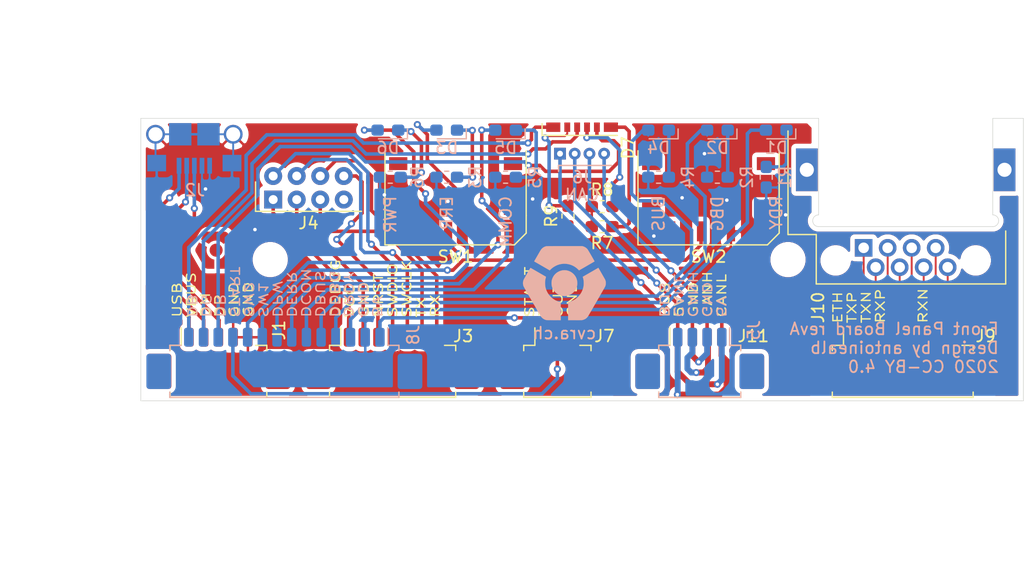
<source format=kicad_pcb>
(kicad_pcb (version 20171130) (host pcbnew "(5.1.5-0-10_14)")
  (layers (0 F.Cu signal) (31 B.Cu signal) (34 B.Paste user) (35 F.Paste user) (36 B.SilkS user) (37 F.SilkS user) (38 B.Mask user) (39 F.Mask user) (44 Edge.Cuts user))
  (net 0 "")
  (net 1 "Net-(D1-Pad1)")
  (net 2 /LED_READY)
  (net 3 /LED_DEBUG)
  (net 4 "Net-(D2-Pad1)")
  (net 5 "Net-(D3-Pad1)")
  (net 6 /LED_ERROR)
  (net 7 /LED_BUS)
  (net 8 "Net-(D4-Pad1)")
  (net 9 "Net-(D5-Pad1)")
  (net 10 /LED_COMM)
  (net 11 /LED_POWER)
  (net 12 "Net-(D6-Pad1)")
  (net 13 GND)
  (net 14 /DEBUG_VCC)
  (net 15 /DEBUG_GND)
  (net 16 /DEBUG_NRST)
  (net 17 /DEBUG_SWDIO)
  (net 18 /DEBUG_SWCLK)
  (net 19 /DEBUG_TX)
  (net 20 /DEBUG_RX)
  (net 21 "Net-(J4-Pad7)")
  (net 22 +5V)
  (net 23 /BUTTON_START)
  (net 24 /BUTTON_TEAM1)
  (net 25 /BUTTON_TEAM2)
  (net 26 /LED_TEAM_R)
  (net 27 /LED_TEAM_G)
  (net 28 "Net-(J10-Pad4)")
  (net 29 "Net-(J10-Pad5)")
  (net 30 "Net-(J10-Pad7)")
  (net 31 VBUS)
  (net 32 /USB_D-)
  (net 33 /USB_D+)
  (net 34 /TX+)
  (net 35 /TX-)
  (net 36 /RX+)
  (net 37 /RX-)
  (net 38 /LED_TEAM_B)
  (net 39 "Net-(J10-Pad8)")
  (net 40 "Net-(SW1-Pad3)")
  (net 41 "Net-(SW2-Pad3)")
  (net 42 "Net-(D7-Pad2)")
  (net 43 "Net-(D7-Pad4)")
  (net 44 "Net-(D7-Pad6)")
  (net 45 "Net-(J11-Pad4)")
  (net 46 "Net-(J11-Pad3)")
  (net 47 "Net-(J11-Pad2)")
  (net 48 "Net-(J11-Pad1)")
  (module cvralogo:CVRA-logo-small-copper (layer F.Cu) (at 131.4 101.2)
    (fp_text reference G*** hide)
    (fp_text value LOGO hide)
    (fp_poly (pts (xy -1.438384 -0.648565) (xy -1.428076 -0.642793) (xy -1.411814 -0.633564) (xy -1.390287 -0.621272) (xy -1.36418 -0.60631) (xy -1.33418 -0.589072) (xy -1.300975 -0.56995) (xy -1.265251 -0.549337) (xy -1.253067 -0.542298) (xy -1.210104 -0.517476) (xy -1.164049 -0.490875) (xy -1.116482 -0.463407) (xy -1.06898 -0.435983) (xy -1.023122 -0.409514) (xy -0.980487 -0.384912) (xy -0.942653 -0.363089) (xy -0.922867 -0.35168) (xy -0.891363 -0.333508) (xy -0.862228 -0.316686) (xy -0.836261 -0.301675) (xy -0.814262 -0.288939) (xy -0.797028 -0.278939) (xy -0.78536 -0.272139) (xy -0.780056 -0.269001) (xy -0.779824 -0.268849) (xy -0.780434 -0.264613) (xy -0.783034 -0.25397) (xy -0.787184 -0.238624) (xy -0.791403 -0.223846) (xy -0.800949 -0.188667) (xy -0.808175 -0.155786) (xy -0.813419 -0.122834) (xy -0.81702 -0.087444) (xy -0.819318 -0.047247) (xy -0.820123 -0.023188) (xy -0.820312 0.036599) (xy -0.8172 0.090963) (xy -0.810448 0.142415) (xy -0.799719 0.193464) (xy -0.784673 0.24662) (xy -0.783003 0.251883) (xy -0.754436 0.327611) (xy -0.718601 0.399748) (xy -0.67601 0.46782) (xy -0.627179 0.531352) (xy -0.57262 0.589871) (xy -0.512847 0.642902) (xy -0.448375 0.68997) (xy -0.379715 0.730603) (xy -0.307383 0.764326) (xy -0.231891 0.790664) (xy -0.186586 0.802432) (xy -0.156633 0.809245) (xy -0.156633 1.5748) (xy -0.447675 1.574463) (xy -0.507525 1.574361) (xy -0.559482 1.574197) (xy -0.604122 1.573959) (xy -0.642017 1.573636) (xy -0.673743 1.573216) (xy -0.699872 1.572689) (xy -0.72098 1.572044) (xy -0.737641 1.571269) (xy -0.750428 1.570352) (xy -0.759917 1.569283) (xy -0.765755 1.568261) (xy -0.821703 1.552157) (xy -0.872773 1.529235) (xy -0.918781 1.499616) (xy -0.959546 1.46342) (xy -0.994884 1.420767) (xy -1.000011 1.413368) (xy -1.004664 1.405936) (xy -1.013223 1.39168) (xy -1.025411 1.371076) (xy -1.040956 1.3446) (xy -1.059583 1.312728) (xy -1.081018 1.275937) (xy -1.104986 1.234701) (xy -1.131215 1.189498) (xy -1.159429 1.140804) (xy -1.189355 1.089093) (xy -1.220718 1.034843) (xy -1.253244 0.978529) (xy -1.286659 0.920628) (xy -1.320689 0.861615) (xy -1.35506 0.801967) (xy -1.389498 0.742159) (xy -1.423728 0.682668) (xy -1.457477 0.623969) (xy -1.490469 0.566539) (xy -1.522432 0.510854) (xy -1.553092 0.457389) (xy -1.582173 0.406621) (xy -1.609401 0.359026) (xy -1.634504 0.31508) (xy -1.657206 0.275258) (xy -1.677233 0.240038) (xy -1.694311 0.209894) (xy -1.708167 0.185304) (xy -1.718526 0.166742) (xy -1.725113 0.154686) (xy -1.727375 0.150283) (xy -1.740537 0.11912) (xy -1.749681 0.08998) (xy -1.75535 0.06017) (xy -1.758087 0.026998) (xy -1.758526 -0.004234) (xy -1.758099 -0.029743) (xy -1.757039 -0.049356) (xy -1.755031 -0.065636) (xy -1.751755 -0.081148) (xy -1.746896 -0.098457) (xy -1.746846 -0.098623) (xy -1.739986 -0.119267) (xy -1.73193 -0.140485) (xy -1.724192 -0.158342) (xy -1.722643 -0.161507) (xy -1.719184 -0.16787) (xy -1.712049 -0.180602) (xy -1.701665 -0.198959) (xy -1.688461 -0.222195) (xy -1.672863 -0.249567) (xy -1.655299 -0.280327) (xy -1.636198 -0.313732) (xy -1.615985 -0.349036) (xy -1.59509 -0.385493) (xy -1.573939 -0.42236) (xy -1.552961 -0.45889) (xy -1.532582 -0.494338) (xy -1.513231 -0.52796) (xy -1.495335 -0.55901) (xy -1.479321 -0.586743) (xy -1.465617 -0.610414) (xy -1.454651 -0.629278) (xy -1.446851 -0.642589) (xy -1.442643 -0.649602) (xy -1.442052 -0.650488) (xy -1.438384 -0.648565)) (layer F.Cu) (width 0.01))
    (fp_poly (pts (xy 1.444873 -0.644084) (xy 1.451466 -0.633856) (xy 1.461384 -0.617702) (xy 1.474208 -0.596346) (xy 1.489523 -0.570512) (xy 1.506912 -0.540925) (xy 1.525957 -0.508309) (xy 1.546242 -0.473389) (xy 1.567351 -0.43689) (xy 1.588865 -0.399535) (xy 1.61037 -0.362049) (xy 1.631447 -0.325157) (xy 1.65168 -0.289583) (xy 1.670652 -0.256051) (xy 1.687947 -0.225287) (xy 1.703147 -0.198014) (xy 1.715836 -0.174958) (xy 1.725597 -0.156842) (xy 1.732013 -0.14439) (xy 1.733979 -0.140185) (xy 1.750003 -0.092571) (xy 1.759074 -0.041859) (xy 1.761193 0.010231) (xy 1.756359 0.061976) (xy 1.744572 0.111657) (xy 1.734023 0.140083) (xy 1.730476 0.147091) (xy 1.722951 0.160949) (xy 1.71172 0.181186) (xy 1.697056 0.20733) (xy 1.679229 0.238908) (xy 1.658513 0.275448) (xy 1.635179 0.316478) (xy 1.609498 0.361526) (xy 1.581744 0.410119) (xy 1.552187 0.461786) (xy 1.521099 0.516054) (xy 1.488753 0.572451) (xy 1.45542 0.630505) (xy 1.421373 0.689744) (xy 1.386882 0.749695) (xy 1.352221 0.809886) (xy 1.31766 0.869846) (xy 1.283473 0.929101) (xy 1.24993 0.98718) (xy 1.217304 1.043611) (xy 1.185866 1.097922) (xy 1.155889 1.149639) (xy 1.127644 1.198292) (xy 1.101403 1.243407) (xy 1.077438 1.284513) (xy 1.056022 1.321138) (xy 1.037425 1.352809) (xy 1.02192 1.379054) (xy 1.009779 1.399401) (xy 1.001273 1.413378) (xy 0.996825 1.420301) (xy 0.97074 1.452214) (xy 0.938865 1.482909) (xy 0.903445 1.510592) (xy 0.866724 1.533471) (xy 0.8382 1.546998) (xy 0.826496 1.551737) (xy 0.816243 1.555847) (xy 0.806775 1.559375) (xy 0.797423 1.562369) (xy 0.78752 1.564875) (xy 0.776398 1.566941) (xy 0.763391 1.568615) (xy 0.747829 1.569943) (xy 0.729047 1.570973) (xy 0.706375 1.571753) (xy 0.679148 1.572329) (xy 0.646696 1.572749) (xy 0.608353 1.573059) (xy 0.563451 1.573309) (xy 0.511323 1.573544) (xy 0.460375 1.57377) (xy 0.156633 1.575166) (xy 0.156633 0.809757) (xy 0.200917 0.79871) (xy 0.279815 0.774745) (xy 0.355228 0.743276) (xy 0.426708 0.704704) (xy 0.493805 0.659428) (xy 0.556072 0.60785) (xy 0.613057 0.550367) (xy 0.664314 0.487382) (xy 0.709392 0.419294) (xy 0.747844 0.346503) (xy 0.771715 0.289983) (xy 0.79182 0.230917) (xy 0.806561 0.172934) (xy 0.816343 0.113738) (xy 0.821569 0.05103) (xy 0.822744 0) (xy 0.822278 -0.04223) (xy 0.820572 -0.078644) (xy 0.8173 -0.111842) (xy 0.812134 -0.144428) (xy 0.804747 -0.179001) (xy 0.795753 -0.21463) (xy 0.790774 -0.233717) (xy 0.786726 -0.249869) (xy 0.784046 -0.261292) (xy 0.783167 -0.266084) (xy 0.786567 -0.27016) (xy 0.795395 -0.27665) (xy 0.805392 -0.282774) (xy 0.817419 -0.289657) (xy 0.834647 -0.299568) (xy 0.854957 -0.311284) (xy 0.876227 -0.323584) (xy 0.880534 -0.326078) (xy 0.903294 -0.339253) (xy 0.931899 -0.355793) (xy 0.965342 -0.375117) (xy 1.002615 -0.396645) (xy 1.042711 -0.419794) (xy 1.084624 -0.443986) (xy 1.127345 -0.468637) (xy 1.169869 -0.493168) (xy 1.211188 -0.516997) (xy 1.250294 -0.539543) (xy 1.286182 -0.560225) (xy 1.317843 -0.578462) (xy 1.344271 -0.593674) (xy 1.364459 -0.605278) (xy 1.36582 -0.60606) (xy 1.388261 -0.618838) (xy 1.408253 -0.630025) (xy 1.424621 -0.638979) (xy 1.436188 -0.645058) (xy 1.441778 -0.647619) (xy 1.44202 -0.64766) (xy 1.444873 -0.644084)) (layer F.Cu) (width 0.01))
    (fp_poly (pts (xy 0.065156 -0.544836) (xy 0.105125 -0.539032) (xy 0.108939 -0.538247) (xy 0.175259 -0.520005) (xy 0.237774 -0.49451) (xy 0.296007 -0.462189) (xy 0.349484 -0.423472) (xy 0.397726 -0.378786) (xy 0.440259 -0.328559) (xy 0.476606 -0.273221) (xy 0.50629 -0.213197) (xy 0.523978 -0.1651) (xy 0.533581 -0.132276) (xy 0.540396 -0.102285) (xy 0.544803 -0.072429) (xy 0.547183 -0.040012) (xy 0.547918 -0.002334) (xy 0.547909 0.004233) (xy 0.546975 0.044043) (xy 0.544183 0.078387) (xy 0.539076 0.110152) (xy 0.531198 0.142221) (xy 0.520801 0.175385) (xy 0.495374 0.237702) (xy 0.46292 0.295755) (xy 0.423987 0.34906) (xy 0.379122 0.397135) (xy 0.328874 0.439499) (xy 0.27379 0.475668) (xy 0.214419 0.505161) (xy 0.151307 0.527494) (xy 0.10916 0.537818) (xy 0.074508 0.543351) (xy 0.035925 0.546964) (xy -0.003377 0.54851) (xy -0.040191 0.547842) (xy -0.064155 0.545807) (xy -0.130283 0.53349) (xy -0.193637 0.513519) (xy -0.25364 0.486362) (xy -0.309712 0.452486) (xy -0.361274 0.412358) (xy -0.407747 0.366445) (xy -0.448552 0.315214) (xy -0.483109 0.259133) (xy -0.510841 0.198668) (xy -0.517684 0.179916) (xy -0.532444 0.130415) (xy -0.541847 0.082105) (xy -0.546444 0.031619) (xy -0.547124 0) (xy -0.543446 -0.064848) (xy -0.532645 -0.128406) (xy -0.515073 -0.189138) (xy -0.491081 -0.245505) (xy -0.491056 -0.245554) (xy -0.470803 -0.281145) (xy -0.445602 -0.318357) (xy -0.417622 -0.354225) (xy -0.38903 -0.385781) (xy -0.387465 -0.38735) (xy -0.335772 -0.433078) (xy -0.279775 -0.471571) (xy -0.219781 -0.502661) (xy -0.156099 -0.526183) (xy -0.109785 -0.537993) (xy -0.069875 -0.544205) (xy -0.025386 -0.547419) (xy 0.020638 -0.54763) (xy 0.065156 -0.544836)) (layer F.Cu) (width 0.01))
    (fp_poly (pts (xy 0.095991 -1.572681) (xy 0.181778 -1.57267) (xy 0.259857 -1.572646) (xy 0.330607 -1.572607) (xy 0.394408 -1.572548) (xy 0.451639 -1.572465) (xy 0.502679 -1.572356) (xy 0.547908 -1.572215) (xy 0.587704 -1.572039) (xy 0.622448 -1.571826) (xy 0.652519 -1.571569) (xy 0.678295 -1.571267) (xy 0.700157 -1.570915) (xy 0.718483 -1.57051) (xy 0.733653 -1.570047) (xy 0.746046 -1.569523) (xy 0.756042 -1.568934) (xy 0.764019 -1.568277) (xy 0.770358 -1.567547) (xy 0.775437 -1.566742) (xy 0.779636 -1.565856) (xy 0.783167 -1.564934) (xy 0.830245 -1.549509) (xy 0.870926 -1.531229) (xy 0.907081 -1.509079) (xy 0.940575 -1.482045) (xy 0.947202 -1.475884) (xy 0.958522 -1.464904) (xy 0.968767 -1.454294) (xy 0.978488 -1.443238) (xy 0.988233 -1.430922) (xy 0.998553 -1.416528) (xy 1.009997 -1.399243) (xy 1.023115 -1.378249) (xy 1.038456 -1.352732) (xy 1.056569 -1.321876) (xy 1.078006 -1.284866) (xy 1.090226 -1.26365) (xy 1.111272 -1.227079) (xy 1.134129 -1.187373) (xy 1.157659 -1.146508) (xy 1.180725 -1.106458) (xy 1.20219 -1.069198) (xy 1.220918 -1.036701) (xy 1.225903 -1.028056) (xy 1.286072 -0.923694) (xy 0.957361 -0.73421) (xy 0.908872 -0.706261) (xy 0.862471 -0.679518) (xy 0.818685 -0.654285) (xy 0.778038 -0.630865) (xy 0.741055 -0.60956) (xy 0.708262 -0.590672) (xy 0.680184 -0.574503) (xy 0.657347 -0.561357) (xy 0.640274 -0.551536) (xy 0.629493 -0.545343) (xy 0.625531 -0.543082) (xy 0.621469 -0.545235) (xy 0.613195 -0.552382) (xy 0.602158 -0.563217) (xy 0.596167 -0.569494) (xy 0.546507 -0.617303) (xy 0.490188 -0.662112) (xy 0.428784 -0.702889) (xy 0.36387 -0.738603) (xy 0.297021 -0.76822) (xy 0.287025 -0.772036) (xy 0.209344 -0.796596) (xy 0.129765 -0.81314) (xy 0.04901 -0.821702) (xy -0.0322 -0.822318) (xy -0.113142 -0.815021) (xy -0.193096 -0.799847) (xy -0.271338 -0.776831) (xy -0.347149 -0.746006) (xy -0.357716 -0.740978) (xy -0.423835 -0.705388) (xy -0.484567 -0.665048) (xy -0.541783 -0.618612) (xy -0.5842 -0.578283) (xy -0.598247 -0.56426) (xy -0.610091 -0.552778) (xy -0.618508 -0.545001) (xy -0.622273 -0.54209) (xy -0.6223 -0.54209) (xy -0.626195 -0.54419) (xy -0.636894 -0.550229) (xy -0.653872 -0.559906) (xy -0.676604 -0.572918) (xy -0.704565 -0.588966) (xy -0.737231 -0.607747) (xy -0.774078 -0.628959) (xy -0.814581 -0.652301) (xy -0.858215 -0.677471) (xy -0.904456 -0.704168) (xy -0.950383 -0.730705) (xy -0.998668 -0.75863) (xy -1.044868 -0.78538) (xy -1.088455 -0.810646) (xy -1.128901 -0.834121) (xy -1.165678 -0.855498) (xy -1.198259 -0.87447) (xy -1.226116 -0.890729) (xy -1.248721 -0.903968) (xy -1.265546 -0.913879) (xy -1.276063 -0.920155) (xy -1.279727 -0.922468) (xy -1.278356 -0.926704) (xy -1.273072 -0.937504) (xy -1.264288 -0.954154) (xy -1.252416 -0.97594) (xy -1.23787 -1.002148) (xy -1.221063 -1.032064) (xy -1.202409 -1.064973) (xy -1.18232 -1.100163) (xy -1.161209 -1.136919) (xy -1.139491 -1.174528) (xy -1.117577 -1.212274) (xy -1.095881 -1.249445) (xy -1.074816 -1.285326) (xy -1.054796 -1.319204) (xy -1.036233 -1.350364) (xy -1.01954 -1.378093) (xy -1.005132 -1.401677) (xy -0.99342 -1.420401) (xy -0.984819 -1.433552) (xy -0.980525 -1.439494) (xy -0.944473 -1.47764) (xy -0.902457 -1.510648) (xy -0.85582 -1.537659) (xy -0.805904 -1.557811) (xy -0.7874 -1.563219) (xy -0.751417 -1.572684) (xy 0.002117 -1.572684) (xy 0.095991 -1.572681)) (layer F.Cu) (width 0.01))
  )
  (module cvralogo:CVRA-logo-small-copper (layer F.Cu) (at 177 105)
    (fp_text reference G*** hide)
    (fp_text value LOGO hide)
    (fp_poly (pts (xy 0.095991 -1.572681) (xy 0.181778 -1.57267) (xy 0.259857 -1.572646) (xy 0.330607 -1.572607) (xy 0.394408 -1.572548) (xy 0.451639 -1.572465) (xy 0.502679 -1.572356) (xy 0.547908 -1.572215) (xy 0.587704 -1.572039) (xy 0.622448 -1.571826) (xy 0.652519 -1.571569) (xy 0.678295 -1.571267) (xy 0.700157 -1.570915) (xy 0.718483 -1.57051) (xy 0.733653 -1.570047) (xy 0.746046 -1.569523) (xy 0.756042 -1.568934) (xy 0.764019 -1.568277) (xy 0.770358 -1.567547) (xy 0.775437 -1.566742) (xy 0.779636 -1.565856) (xy 0.783167 -1.564934) (xy 0.830245 -1.549509) (xy 0.870926 -1.531229) (xy 0.907081 -1.509079) (xy 0.940575 -1.482045) (xy 0.947202 -1.475884) (xy 0.958522 -1.464904) (xy 0.968767 -1.454294) (xy 0.978488 -1.443238) (xy 0.988233 -1.430922) (xy 0.998553 -1.416528) (xy 1.009997 -1.399243) (xy 1.023115 -1.378249) (xy 1.038456 -1.352732) (xy 1.056569 -1.321876) (xy 1.078006 -1.284866) (xy 1.090226 -1.26365) (xy 1.111272 -1.227079) (xy 1.134129 -1.187373) (xy 1.157659 -1.146508) (xy 1.180725 -1.106458) (xy 1.20219 -1.069198) (xy 1.220918 -1.036701) (xy 1.225903 -1.028056) (xy 1.286072 -0.923694) (xy 0.957361 -0.73421) (xy 0.908872 -0.706261) (xy 0.862471 -0.679518) (xy 0.818685 -0.654285) (xy 0.778038 -0.630865) (xy 0.741055 -0.60956) (xy 0.708262 -0.590672) (xy 0.680184 -0.574503) (xy 0.657347 -0.561357) (xy 0.640274 -0.551536) (xy 0.629493 -0.545343) (xy 0.625531 -0.543082) (xy 0.621469 -0.545235) (xy 0.613195 -0.552382) (xy 0.602158 -0.563217) (xy 0.596167 -0.569494) (xy 0.546507 -0.617303) (xy 0.490188 -0.662112) (xy 0.428784 -0.702889) (xy 0.36387 -0.738603) (xy 0.297021 -0.76822) (xy 0.287025 -0.772036) (xy 0.209344 -0.796596) (xy 0.129765 -0.81314) (xy 0.04901 -0.821702) (xy -0.0322 -0.822318) (xy -0.113142 -0.815021) (xy -0.193096 -0.799847) (xy -0.271338 -0.776831) (xy -0.347149 -0.746006) (xy -0.357716 -0.740978) (xy -0.423835 -0.705388) (xy -0.484567 -0.665048) (xy -0.541783 -0.618612) (xy -0.5842 -0.578283) (xy -0.598247 -0.56426) (xy -0.610091 -0.552778) (xy -0.618508 -0.545001) (xy -0.622273 -0.54209) (xy -0.6223 -0.54209) (xy -0.626195 -0.54419) (xy -0.636894 -0.550229) (xy -0.653872 -0.559906) (xy -0.676604 -0.572918) (xy -0.704565 -0.588966) (xy -0.737231 -0.607747) (xy -0.774078 -0.628959) (xy -0.814581 -0.652301) (xy -0.858215 -0.677471) (xy -0.904456 -0.704168) (xy -0.950383 -0.730705) (xy -0.998668 -0.75863) (xy -1.044868 -0.78538) (xy -1.088455 -0.810646) (xy -1.128901 -0.834121) (xy -1.165678 -0.855498) (xy -1.198259 -0.87447) (xy -1.226116 -0.890729) (xy -1.248721 -0.903968) (xy -1.265546 -0.913879) (xy -1.276063 -0.920155) (xy -1.279727 -0.922468) (xy -1.278356 -0.926704) (xy -1.273072 -0.937504) (xy -1.264288 -0.954154) (xy -1.252416 -0.97594) (xy -1.23787 -1.002148) (xy -1.221063 -1.032064) (xy -1.202409 -1.064973) (xy -1.18232 -1.100163) (xy -1.161209 -1.136919) (xy -1.139491 -1.174528) (xy -1.117577 -1.212274) (xy -1.095881 -1.249445) (xy -1.074816 -1.285326) (xy -1.054796 -1.319204) (xy -1.036233 -1.350364) (xy -1.01954 -1.378093) (xy -1.005132 -1.401677) (xy -0.99342 -1.420401) (xy -0.984819 -1.433552) (xy -0.980525 -1.439494) (xy -0.944473 -1.47764) (xy -0.902457 -1.510648) (xy -0.85582 -1.537659) (xy -0.805904 -1.557811) (xy -0.7874 -1.563219) (xy -0.751417 -1.572684) (xy 0.002117 -1.572684) (xy 0.095991 -1.572681)) (layer F.Cu) (width 0.01))
    (fp_poly (pts (xy 0.065156 -0.544836) (xy 0.105125 -0.539032) (xy 0.108939 -0.538247) (xy 0.175259 -0.520005) (xy 0.237774 -0.49451) (xy 0.296007 -0.462189) (xy 0.349484 -0.423472) (xy 0.397726 -0.378786) (xy 0.440259 -0.328559) (xy 0.476606 -0.273221) (xy 0.50629 -0.213197) (xy 0.523978 -0.1651) (xy 0.533581 -0.132276) (xy 0.540396 -0.102285) (xy 0.544803 -0.072429) (xy 0.547183 -0.040012) (xy 0.547918 -0.002334) (xy 0.547909 0.004233) (xy 0.546975 0.044043) (xy 0.544183 0.078387) (xy 0.539076 0.110152) (xy 0.531198 0.142221) (xy 0.520801 0.175385) (xy 0.495374 0.237702) (xy 0.46292 0.295755) (xy 0.423987 0.34906) (xy 0.379122 0.397135) (xy 0.328874 0.439499) (xy 0.27379 0.475668) (xy 0.214419 0.505161) (xy 0.151307 0.527494) (xy 0.10916 0.537818) (xy 0.074508 0.543351) (xy 0.035925 0.546964) (xy -0.003377 0.54851) (xy -0.040191 0.547842) (xy -0.064155 0.545807) (xy -0.130283 0.53349) (xy -0.193637 0.513519) (xy -0.25364 0.486362) (xy -0.309712 0.452486) (xy -0.361274 0.412358) (xy -0.407747 0.366445) (xy -0.448552 0.315214) (xy -0.483109 0.259133) (xy -0.510841 0.198668) (xy -0.517684 0.179916) (xy -0.532444 0.130415) (xy -0.541847 0.082105) (xy -0.546444 0.031619) (xy -0.547124 0) (xy -0.543446 -0.064848) (xy -0.532645 -0.128406) (xy -0.515073 -0.189138) (xy -0.491081 -0.245505) (xy -0.491056 -0.245554) (xy -0.470803 -0.281145) (xy -0.445602 -0.318357) (xy -0.417622 -0.354225) (xy -0.38903 -0.385781) (xy -0.387465 -0.38735) (xy -0.335772 -0.433078) (xy -0.279775 -0.471571) (xy -0.219781 -0.502661) (xy -0.156099 -0.526183) (xy -0.109785 -0.537993) (xy -0.069875 -0.544205) (xy -0.025386 -0.547419) (xy 0.020638 -0.54763) (xy 0.065156 -0.544836)) (layer F.Cu) (width 0.01))
    (fp_poly (pts (xy 1.444873 -0.644084) (xy 1.451466 -0.633856) (xy 1.461384 -0.617702) (xy 1.474208 -0.596346) (xy 1.489523 -0.570512) (xy 1.506912 -0.540925) (xy 1.525957 -0.508309) (xy 1.546242 -0.473389) (xy 1.567351 -0.43689) (xy 1.588865 -0.399535) (xy 1.61037 -0.362049) (xy 1.631447 -0.325157) (xy 1.65168 -0.289583) (xy 1.670652 -0.256051) (xy 1.687947 -0.225287) (xy 1.703147 -0.198014) (xy 1.715836 -0.174958) (xy 1.725597 -0.156842) (xy 1.732013 -0.14439) (xy 1.733979 -0.140185) (xy 1.750003 -0.092571) (xy 1.759074 -0.041859) (xy 1.761193 0.010231) (xy 1.756359 0.061976) (xy 1.744572 0.111657) (xy 1.734023 0.140083) (xy 1.730476 0.147091) (xy 1.722951 0.160949) (xy 1.71172 0.181186) (xy 1.697056 0.20733) (xy 1.679229 0.238908) (xy 1.658513 0.275448) (xy 1.635179 0.316478) (xy 1.609498 0.361526) (xy 1.581744 0.410119) (xy 1.552187 0.461786) (xy 1.521099 0.516054) (xy 1.488753 0.572451) (xy 1.45542 0.630505) (xy 1.421373 0.689744) (xy 1.386882 0.749695) (xy 1.352221 0.809886) (xy 1.31766 0.869846) (xy 1.283473 0.929101) (xy 1.24993 0.98718) (xy 1.217304 1.043611) (xy 1.185866 1.097922) (xy 1.155889 1.149639) (xy 1.127644 1.198292) (xy 1.101403 1.243407) (xy 1.077438 1.284513) (xy 1.056022 1.321138) (xy 1.037425 1.352809) (xy 1.02192 1.379054) (xy 1.009779 1.399401) (xy 1.001273 1.413378) (xy 0.996825 1.420301) (xy 0.97074 1.452214) (xy 0.938865 1.482909) (xy 0.903445 1.510592) (xy 0.866724 1.533471) (xy 0.8382 1.546998) (xy 0.826496 1.551737) (xy 0.816243 1.555847) (xy 0.806775 1.559375) (xy 0.797423 1.562369) (xy 0.78752 1.564875) (xy 0.776398 1.566941) (xy 0.763391 1.568615) (xy 0.747829 1.569943) (xy 0.729047 1.570973) (xy 0.706375 1.571753) (xy 0.679148 1.572329) (xy 0.646696 1.572749) (xy 0.608353 1.573059) (xy 0.563451 1.573309) (xy 0.511323 1.573544) (xy 0.460375 1.57377) (xy 0.156633 1.575166) (xy 0.156633 0.809757) (xy 0.200917 0.79871) (xy 0.279815 0.774745) (xy 0.355228 0.743276) (xy 0.426708 0.704704) (xy 0.493805 0.659428) (xy 0.556072 0.60785) (xy 0.613057 0.550367) (xy 0.664314 0.487382) (xy 0.709392 0.419294) (xy 0.747844 0.346503) (xy 0.771715 0.289983) (xy 0.79182 0.230917) (xy 0.806561 0.172934) (xy 0.816343 0.113738) (xy 0.821569 0.05103) (xy 0.822744 0) (xy 0.822278 -0.04223) (xy 0.820572 -0.078644) (xy 0.8173 -0.111842) (xy 0.812134 -0.144428) (xy 0.804747 -0.179001) (xy 0.795753 -0.21463) (xy 0.790774 -0.233717) (xy 0.786726 -0.249869) (xy 0.784046 -0.261292) (xy 0.783167 -0.266084) (xy 0.786567 -0.27016) (xy 0.795395 -0.27665) (xy 0.805392 -0.282774) (xy 0.817419 -0.289657) (xy 0.834647 -0.299568) (xy 0.854957 -0.311284) (xy 0.876227 -0.323584) (xy 0.880534 -0.326078) (xy 0.903294 -0.339253) (xy 0.931899 -0.355793) (xy 0.965342 -0.375117) (xy 1.002615 -0.396645) (xy 1.042711 -0.419794) (xy 1.084624 -0.443986) (xy 1.127345 -0.468637) (xy 1.169869 -0.493168) (xy 1.211188 -0.516997) (xy 1.250294 -0.539543) (xy 1.286182 -0.560225) (xy 1.317843 -0.578462) (xy 1.344271 -0.593674) (xy 1.364459 -0.605278) (xy 1.36582 -0.60606) (xy 1.388261 -0.618838) (xy 1.408253 -0.630025) (xy 1.424621 -0.638979) (xy 1.436188 -0.645058) (xy 1.441778 -0.647619) (xy 1.44202 -0.64766) (xy 1.444873 -0.644084)) (layer F.Cu) (width 0.01))
    (fp_poly (pts (xy -1.438384 -0.648565) (xy -1.428076 -0.642793) (xy -1.411814 -0.633564) (xy -1.390287 -0.621272) (xy -1.36418 -0.60631) (xy -1.33418 -0.589072) (xy -1.300975 -0.56995) (xy -1.265251 -0.549337) (xy -1.253067 -0.542298) (xy -1.210104 -0.517476) (xy -1.164049 -0.490875) (xy -1.116482 -0.463407) (xy -1.06898 -0.435983) (xy -1.023122 -0.409514) (xy -0.980487 -0.384912) (xy -0.942653 -0.363089) (xy -0.922867 -0.35168) (xy -0.891363 -0.333508) (xy -0.862228 -0.316686) (xy -0.836261 -0.301675) (xy -0.814262 -0.288939) (xy -0.797028 -0.278939) (xy -0.78536 -0.272139) (xy -0.780056 -0.269001) (xy -0.779824 -0.268849) (xy -0.780434 -0.264613) (xy -0.783034 -0.25397) (xy -0.787184 -0.238624) (xy -0.791403 -0.223846) (xy -0.800949 -0.188667) (xy -0.808175 -0.155786) (xy -0.813419 -0.122834) (xy -0.81702 -0.087444) (xy -0.819318 -0.047247) (xy -0.820123 -0.023188) (xy -0.820312 0.036599) (xy -0.8172 0.090963) (xy -0.810448 0.142415) (xy -0.799719 0.193464) (xy -0.784673 0.24662) (xy -0.783003 0.251883) (xy -0.754436 0.327611) (xy -0.718601 0.399748) (xy -0.67601 0.46782) (xy -0.627179 0.531352) (xy -0.57262 0.589871) (xy -0.512847 0.642902) (xy -0.448375 0.68997) (xy -0.379715 0.730603) (xy -0.307383 0.764326) (xy -0.231891 0.790664) (xy -0.186586 0.802432) (xy -0.156633 0.809245) (xy -0.156633 1.5748) (xy -0.447675 1.574463) (xy -0.507525 1.574361) (xy -0.559482 1.574197) (xy -0.604122 1.573959) (xy -0.642017 1.573636) (xy -0.673743 1.573216) (xy -0.699872 1.572689) (xy -0.72098 1.572044) (xy -0.737641 1.571269) (xy -0.750428 1.570352) (xy -0.759917 1.569283) (xy -0.765755 1.568261) (xy -0.821703 1.552157) (xy -0.872773 1.529235) (xy -0.918781 1.499616) (xy -0.959546 1.46342) (xy -0.994884 1.420767) (xy -1.000011 1.413368) (xy -1.004664 1.405936) (xy -1.013223 1.39168) (xy -1.025411 1.371076) (xy -1.040956 1.3446) (xy -1.059583 1.312728) (xy -1.081018 1.275937) (xy -1.104986 1.234701) (xy -1.131215 1.189498) (xy -1.159429 1.140804) (xy -1.189355 1.089093) (xy -1.220718 1.034843) (xy -1.253244 0.978529) (xy -1.286659 0.920628) (xy -1.320689 0.861615) (xy -1.35506 0.801967) (xy -1.389498 0.742159) (xy -1.423728 0.682668) (xy -1.457477 0.623969) (xy -1.490469 0.566539) (xy -1.522432 0.510854) (xy -1.553092 0.457389) (xy -1.582173 0.406621) (xy -1.609401 0.359026) (xy -1.634504 0.31508) (xy -1.657206 0.275258) (xy -1.677233 0.240038) (xy -1.694311 0.209894) (xy -1.708167 0.185304) (xy -1.718526 0.166742) (xy -1.725113 0.154686) (xy -1.727375 0.150283) (xy -1.740537 0.11912) (xy -1.749681 0.08998) (xy -1.75535 0.06017) (xy -1.758087 0.026998) (xy -1.758526 -0.004234) (xy -1.758099 -0.029743) (xy -1.757039 -0.049356) (xy -1.755031 -0.065636) (xy -1.751755 -0.081148) (xy -1.746896 -0.098457) (xy -1.746846 -0.098623) (xy -1.739986 -0.119267) (xy -1.73193 -0.140485) (xy -1.724192 -0.158342) (xy -1.722643 -0.161507) (xy -1.719184 -0.16787) (xy -1.712049 -0.180602) (xy -1.701665 -0.198959) (xy -1.688461 -0.222195) (xy -1.672863 -0.249567) (xy -1.655299 -0.280327) (xy -1.636198 -0.313732) (xy -1.615985 -0.349036) (xy -1.59509 -0.385493) (xy -1.573939 -0.42236) (xy -1.552961 -0.45889) (xy -1.532582 -0.494338) (xy -1.513231 -0.52796) (xy -1.495335 -0.55901) (xy -1.479321 -0.586743) (xy -1.465617 -0.610414) (xy -1.454651 -0.629278) (xy -1.446851 -0.642589) (xy -1.442643 -0.649602) (xy -1.442052 -0.650488) (xy -1.438384 -0.648565)) (layer F.Cu) (width 0.01))
  )
  (module _connectors:615108150221R_Ethernet_MiddleMount (layer F.Cu) (at 190 102.07 180)
    (fp_text reference J10 (at 7.45 -5.43 90) (layer F.SilkS) (effects (justify left)))
    (fp_text value 615108150221R)
    (pad "" np_thru_hole rect (at 8.4 7.7 180) (size 1.85 3.63) (drill 1.2) (layers *.Cu *.Mask F.Paste))
    (pad "" np_thru_hole rect (at -8.4 7.7 180) (size 1.85 3.63) (drill 1.2) (layers *.Cu *.Mask F.Paste))
    (pad "" np_thru_hole circle (at -5.95 0 180) (size 1.8 1.8) (drill 1.8) (layers *.Cu *.Mask))
    (pad "" np_thru_hole circle (at 5.95 0 180) (size 1.8 1.8) (drill 1.8) (layers *.Cu *.Mask))
    (pad 8 thru_hole circle (at -3.57 -0.58 180) (size 1.5 1.5) (drill 0.9) (layers *.Cu *.Mask) (net 39 "Net-(J10-Pad8)"))
    (pad 6 thru_hole circle (at -1.53 -0.58 180) (size 1.5 1.5) (drill 0.9) (layers *.Cu *.Mask) (net 37 /RX-))
    (pad 4 thru_hole circle (at 0.51 -0.58 180) (size 1.5 1.5) (drill 0.9) (layers *.Cu *.Mask) (net 28 "Net-(J10-Pad4)"))
    (pad 7 thru_hole circle (at -2.55 1.07 180) (size 1.5 1.5) (drill 0.9) (layers *.Cu *.Mask) (net 30 "Net-(J10-Pad7)"))
    (pad 5 thru_hole circle (at -0.51 1.07 180) (size 1.5 1.5) (drill 0.9) (layers *.Cu *.Mask) (net 29 "Net-(J10-Pad5)"))
    (pad 3 thru_hole circle (at 1.53 1.07 180) (size 1.5 1.5) (drill 0.9) (layers *.Cu *.Mask) (net 36 /RX+))
    (pad 2 thru_hole circle (at 2.55 -0.58 180) (size 1.5 1.5) (drill 0.9) (layers *.Cu *.Mask) (net 35 /TX-))
    (pad 1 thru_hole rect (at 3.57 1.07 180) (size 1.5 1.5) (drill 0.9) (layers *.Cu *.Mask) (net 34 /TX+))
  )
  (module MountingHole:MountingHole_2.2mm_M2_ISO14580 (layer F.Cu) (at 180 102)
    (fp_text reference H1 hide)
    (fp_text value M2)
    (pad 1 np_thru_hole circle (at 0 0) (size 2.2 2.2) (drill 2.2) (layers *.Cu *.Mask))
  )
  (module MountingHole:MountingHole_2.2mm_M2_ISO14580 (layer F.Cu) (at 136 102)
    (fp_text reference H2 hide)
    (fp_text value M2)
    (pad 1 np_thru_hole circle (at 0 0) (size 2.2 2.2) (drill 2.2) (layers *.Cu *.Mask))
  )
  (module _LED_SMD:LED_0603_RightAngle (layer B.Cu) (at 179 91 180)
    (fp_text reference D1 (at 0 -1.5) (layer B.SilkS) (effects (justify mirror)))
    (fp_text value LED_GREEN)
    (pad 2 smd roundrect (at 0.875 0 180) (size 1.05 0.95) (layers B.Cu B.Paste B.Mask) (net 2 /LED_READY))
    (pad 1 smd roundrect (at -0.875 0 180) (size 1.05 0.95) (layers B.Cu B.Paste B.Mask) (net 1 "Net-(D1-Pad1)"))
  )
  (module _LED_SMD:LED_0603_RightAngle (layer B.Cu) (at 174 91 180)
    (fp_text reference D2 (at 0 -1.5) (layer B.SilkS) (effects (justify mirror)))
    (fp_text value LED_BLUE)
    (pad 2 smd roundrect (at 0.875 0 180) (size 1.05 0.95) (layers B.Cu B.Paste B.Mask) (net 3 /LED_DEBUG))
    (pad 1 smd roundrect (at -0.875 0 180) (size 1.05 0.95) (layers B.Cu B.Paste B.Mask) (net 4 "Net-(D2-Pad1)"))
  )
  (module _LED_SMD:LED_0603_RightAngle (layer B.Cu) (at 151 91 180)
    (fp_text reference D3 (at 0 -1.5) (layer B.SilkS) (effects (justify mirror)))
    (fp_text value LED_RED)
    (pad 2 smd roundrect (at 0.875 0 180) (size 1.05 0.95) (layers B.Cu B.Paste B.Mask) (net 6 /LED_ERROR))
    (pad 1 smd roundrect (at -0.875 0 180) (size 1.05 0.95) (layers B.Cu B.Paste B.Mask) (net 5 "Net-(D3-Pad1)"))
  )
  (module _LED_SMD:LED_0603_RightAngle (layer B.Cu) (at 169 91 180)
    (fp_text reference D4 (at 0 -1.5) (layer B.SilkS) (effects (justify mirror)))
    (fp_text value LED_ORANGE)
    (pad 2 smd roundrect (at 0.875 0 180) (size 1.05 0.95) (layers B.Cu B.Paste B.Mask) (net 7 /LED_BUS))
    (pad 1 smd roundrect (at -0.875 0 180) (size 1.05 0.95) (layers B.Cu B.Paste B.Mask) (net 8 "Net-(D4-Pad1)"))
  )
  (module _LED_SMD:LED_0603_RightAngle (layer B.Cu) (at 156 91 180)
    (fp_text reference D5 (at 0 -1.5) (layer B.SilkS) (effects (justify mirror)))
    (fp_text value LED_ORANGE)
    (pad 2 smd roundrect (at 0.875 0 180) (size 1.05 0.95) (layers B.Cu B.Paste B.Mask) (net 10 /LED_COMM))
    (pad 1 smd roundrect (at -0.875 0 180) (size 1.05 0.95) (layers B.Cu B.Paste B.Mask) (net 9 "Net-(D5-Pad1)"))
  )
  (module _LED_SMD:LED_0603_RightAngle (layer B.Cu) (at 146 91 180)
    (fp_text reference D6 (at 0 -1.5 180) (layer B.SilkS) (effects (justify mirror)))
    (fp_text value LED_ORANGE)
    (pad 2 smd roundrect (at 0.875 0 180) (size 1.05 0.95) (layers B.Cu B.Paste B.Mask) (net 11 /LED_POWER))
    (pad 1 smd roundrect (at -0.875 0 180) (size 1.05 0.95) (layers B.Cu B.Paste B.Mask) (net 12 "Net-(D6-Pad1)"))
  )
  (module cvralogo:CVRA-logo-big (layer B.Cu) (at 161 104 180)
    (fp_text reference G*** hide)
    (fp_text value LOGO hide)
  )
  (module _connectors:_Micro-USB-AB-receptacle-SMT-th-no-slot (layer B.Cu) (at 129.55 91.35)
    (fp_text reference J2 hide)
    (fp_text value 10118193-0001LF hide)
    (fp_text user %R (at 0.05 4.75) (layer B.SilkS) (effects (justify mirror)))
    (pad 6 thru_hole circle (at -3.3 0) (size 1.6 1.6) (drill 1.2) (layers *.Cu *.Mask) (net 13 GND))
    (pad 6 thru_hole circle (at 3.3 0) (size 1.6 1.6) (drill 1.2) (layers *.Cu *.Mask) (net 13 GND))
    (pad 3 smd rect (at 0 2.675) (size 0.4 1.35) (layers B.Cu B.Paste B.Mask) (net 33 /USB_D+))
    (pad 4 smd rect (at 0.65 2.675) (size 0.4 1.35) (layers B.Cu B.Paste B.Mask) (net 13 GND))
    (pad 5 smd rect (at 1.3 2.675) (size 0.4 1.35) (layers B.Cu B.Paste B.Mask) (net 13 GND))
    (pad 2 smd rect (at -0.65 2.675) (size 0.4 1.35) (layers B.Cu B.Paste B.Mask) (net 32 /USB_D-))
    (pad 1 smd rect (at -1.3 2.675) (size 0.4 1.35) (layers B.Cu B.Paste B.Mask) (net 31 VBUS))
    (pad 6 smd rect (at 3.2 2.45) (size 1.6 1.4) (layers B.Cu B.Paste B.Mask) (net 13 GND))
    (pad 6 smd rect (at -3.2 2.45) (size 1.6 1.4) (layers B.Cu B.Paste B.Mask) (net 13 GND))
    (pad 6 smd rect (at -1.2 0) (size 1.9 1.9) (layers B.Cu B.Paste B.Mask) (net 13 GND))
    (pad 6 smd rect (at 1.2 0) (size 1.9 1.9) (layers B.Cu B.Paste B.Mask) (net 13 GND))
  )
  (module Resistor_SMD:R_0603_1608Metric_Pad1.05x0.95mm_HandSolder (layer B.Cu) (at 178.15 95 90)
    (fp_text reference R1 (at 0 1.6 90) (layer B.SilkS) (effects (justify mirror)))
    (fp_text value 56R)
    (pad 2 smd roundrect (at 0.875 0 90) (size 1.05 0.95) (layers B.Cu B.Paste B.Mask) (net 1 "Net-(D1-Pad1)"))
    (pad 1 smd roundrect (at -0.875 0 90) (size 1.05 0.95) (layers B.Cu B.Paste B.Mask) (net 13 GND))
  )
  (module Resistor_SMD:R_0603_1608Metric_Pad1.05x0.95mm_HandSolder (layer B.Cu) (at 174 95)
    (fp_text reference R2 (at 2.5 0 270) (layer B.SilkS) (effects (justify mirror)))
    (fp_text value 56R)
    (pad 2 smd roundrect (at 0.875 0) (size 1.05 0.95) (layers B.Cu B.Paste B.Mask) (net 4 "Net-(D2-Pad1)"))
    (pad 1 smd roundrect (at -0.875 0) (size 1.05 0.95) (layers B.Cu B.Paste B.Mask) (net 13 GND))
  )
  (module Resistor_SMD:R_0603_1608Metric_Pad1.05x0.95mm_HandSolder (layer B.Cu) (at 151 95)
    (fp_text reference R3 (at 2.425 0 90) (layer B.SilkS) (effects (justify mirror)))
    (fp_text value 300R)
    (pad 2 smd roundrect (at 0.875 0) (size 1.05 0.95) (layers B.Cu B.Paste B.Mask) (net 5 "Net-(D3-Pad1)"))
    (pad 1 smd roundrect (at -0.875 0) (size 1.05 0.95) (layers B.Cu B.Paste B.Mask) (net 13 GND))
  )
  (module Resistor_SMD:R_0603_1608Metric_Pad1.05x0.95mm_HandSolder (layer B.Cu) (at 169 95)
    (fp_text reference R4 (at 2.5 0 90) (layer B.SilkS) (effects (justify mirror)))
    (fp_text value 300R)
    (pad 2 smd roundrect (at 0.875 0) (size 1.05 0.95) (layers B.Cu B.Paste B.Mask) (net 8 "Net-(D4-Pad1)"))
    (pad 1 smd roundrect (at -0.875 0) (size 1.05 0.95) (layers B.Cu B.Paste B.Mask) (net 13 GND))
  )
  (module Resistor_SMD:R_0603_1608Metric_Pad1.05x0.95mm_HandSolder (layer B.Cu) (at 156 95)
    (fp_text reference R5 (at 2.5 0 90) (layer B.SilkS) (effects (justify mirror)))
    (fp_text value 300R)
    (pad 2 smd roundrect (at 0.875 0) (size 1.05 0.95) (layers B.Cu B.Paste B.Mask) (net 9 "Net-(D5-Pad1)"))
    (pad 1 smd roundrect (at -0.875 0) (size 1.05 0.95) (layers B.Cu B.Paste B.Mask) (net 13 GND))
  )
  (module Resistor_SMD:R_0603_1608Metric_Pad1.05x0.95mm_HandSolder (layer F.Cu) (at 164.2 99.2)
    (fp_text reference R7 (at 0 1.4) (layer F.SilkS))
    (fp_text value 130R)
    (pad 2 smd roundrect (at 0.875 0) (size 1.05 0.95) (layers F.Cu F.Paste F.Mask) (net 44 "Net-(D7-Pad6)"))
    (pad 1 smd roundrect (at -0.875 0) (size 1.05 0.95) (layers F.Cu F.Paste F.Mask) (net 13 GND))
  )
  (module Resistor_SMD:R_0603_1608Metric_Pad1.05x0.95mm_HandSolder (layer F.Cu) (at 164.2 97.5)
    (fp_text reference R8 (at 0 -1.43) (layer F.SilkS))
    (fp_text value 30R)
    (pad 2 smd roundrect (at 0.875 0) (size 1.05 0.95) (layers F.Cu F.Paste F.Mask) (net 43 "Net-(D7-Pad4)"))
    (pad 1 smd roundrect (at -0.875 0) (size 1.05 0.95) (layers F.Cu F.Paste F.Mask) (net 13 GND))
  )
  (module Resistor_SMD:R_0603_1608Metric_Pad1.05x0.95mm_HandSolder (layer F.Cu) (at 161.3 98.3 90)
    (fp_text reference R9 (at 0 -1.43 90) (layer F.SilkS))
    (fp_text value 30R)
    (pad 2 smd roundrect (at 0.875 0 90) (size 1.05 0.95) (layers F.Cu F.Paste F.Mask) (net 42 "Net-(D7-Pad2)"))
    (pad 1 smd roundrect (at -0.875 0 90) (size 1.05 0.95) (layers F.Cu F.Paste F.Mask) (net 13 GND))
  )
  (module Connector_Molex:Molex_PicoBlade_53261-0771_1x07-1MP_P1.25mm_Horizontal (layer F.Cu) (at 146.4 111)
    (fp_text reference J3 (at 6 -2.5 180) (layer F.SilkS))
    (fp_text value 0532610771)
    (pad MP smd roundrect (at 6.3 0.5) (size 2.1 3) (layers F.Cu F.Paste F.Mask) (roundrect_rratio 0.119048))
    (pad MP smd roundrect (at -6.3 0.5) (size 2.1 3) (layers F.Cu F.Paste F.Mask) (roundrect_rratio 0.119048))
    (pad 7 smd roundrect (at 3.75 -2.4) (size 0.8 1.6) (layers F.Cu F.Paste F.Mask) (net 20 /DEBUG_RX))
    (pad 6 smd roundrect (at 2.5 -2.4) (size 0.8 1.6) (layers F.Cu F.Paste F.Mask) (net 19 /DEBUG_TX))
    (pad 5 smd roundrect (at 1.25 -2.4) (size 0.8 1.6) (layers F.Cu F.Paste F.Mask) (net 18 /DEBUG_SWCLK))
    (pad 4 smd roundrect (at 0 -2.4) (size 0.8 1.6) (layers F.Cu F.Paste F.Mask) (net 17 /DEBUG_SWDIO))
    (pad 3 smd roundrect (at -1.25 -2.4) (size 0.8 1.6) (layers F.Cu F.Paste F.Mask) (net 16 /DEBUG_NRST))
    (pad 2 smd roundrect (at -2.5 -2.4) (size 0.8 1.6) (layers F.Cu F.Paste F.Mask) (net 15 /DEBUG_GND))
    (pad 1 smd roundrect (at -3.75 -2.4) (size 0.8 1.6) (layers F.Cu F.Paste F.Mask) (net 14 /DEBUG_VCC))
  )
  (module Connector_Molex:Molex_PicoBlade_53261-0471_1x04-1MP_P1.25mm_Horizontal (layer B.Cu) (at 172.5 111 180)
    (fp_text reference J5 (at -4.6 3 90) (layer B.SilkS) (effects (justify mirror)))
    (fp_text value 0532610471)
    (pad MP smd roundrect (at 4.425 -0.5 180) (size 2.1 3) (layers B.Cu B.Paste B.Mask) (roundrect_rratio 0.119048))
    (pad MP smd roundrect (at -4.425 -0.5 180) (size 2.1 3) (layers B.Cu B.Paste B.Mask) (roundrect_rratio 0.119048))
    (pad 4 smd roundrect (at 1.875 2.4 180) (size 0.8 1.6) (layers B.Cu B.Paste B.Mask) (net 45 "Net-(J11-Pad4)"))
    (pad 3 smd roundrect (at 0.625 2.4 180) (size 0.8 1.6) (layers B.Cu B.Paste B.Mask) (net 46 "Net-(J11-Pad3)"))
    (pad 2 smd roundrect (at -0.625 2.4 180) (size 0.8 1.6) (layers B.Cu B.Paste B.Mask) (net 47 "Net-(J11-Pad2)"))
    (pad 1 smd roundrect (at -1.875 2.4 180) (size 0.8 1.6) (layers B.Cu B.Paste B.Mask) (net 48 "Net-(J11-Pad1)"))
  )
  (module Connector_Molex:Molex_PicoBlade_53261-0371_1x03-1MP_P1.25mm_Horizontal (layer F.Cu) (at 160.4 111)
    (fp_text reference J7 (at 4 -2.5 180) (layer F.SilkS))
    (fp_text value Conn_01x03)
    (pad MP smd roundrect (at 3.8 0.5) (size 2.1 3) (layers F.Cu F.Paste F.Mask) (roundrect_rratio 0.119048))
    (pad MP smd roundrect (at -3.8 0.5) (size 2.1 3) (layers F.Cu F.Paste F.Mask) (roundrect_rratio 0.119048))
    (pad 3 smd roundrect (at 1.25 -2.4) (size 0.8 1.6) (layers F.Cu F.Paste F.Mask) (net 13 GND))
    (pad 2 smd roundrect (at 0 -2.4) (size 0.8 1.6) (layers F.Cu F.Paste F.Mask) (net 23 /BUTTON_START))
    (pad 1 smd roundrect (at -1.25 -2.4) (size 0.8 1.6) (layers F.Cu F.Paste F.Mask) (net 22 +5V))
  )
  (module Connector_Molex:Molex_PicoBlade_53261-1471_1x14-1MP_P1.25mm_Horizontal (layer B.Cu) (at 137.2 111 180)
    (fp_text reference J8 (at -10.95 3.55 90) (layer B.SilkS) (effects (justify left mirror)))
    (fp_text value 0532611471)
    (pad MP smd roundrect (at 10.675 -0.5 180) (size 2.1 3) (layers B.Cu B.Paste B.Mask) (roundrect_rratio 0.119048))
    (pad MP smd roundrect (at -10.675 -0.5 180) (size 2.1 3) (layers B.Cu B.Paste B.Mask) (roundrect_rratio 0.119048))
    (pad 14 smd roundrect (at 8.125 2.4 180) (size 0.8 1.6) (layers B.Cu B.Paste B.Mask) (net 38 /LED_TEAM_B))
    (pad 13 smd roundrect (at 6.875 2.4 180) (size 0.8 1.6) (layers B.Cu B.Paste B.Mask) (net 27 /LED_TEAM_G))
    (pad 12 smd roundrect (at 5.625 2.4 180) (size 0.8 1.6) (layers B.Cu B.Paste B.Mask) (net 26 /LED_TEAM_R))
    (pad 11 smd roundrect (at 4.375 2.4 180) (size 0.8 1.6) (layers B.Cu B.Paste B.Mask) (net 23 /BUTTON_START))
    (pad 10 smd roundrect (at 3.125 2.4 180) (size 0.8 1.6) (layers B.Cu B.Paste B.Mask) (net 25 /BUTTON_TEAM2))
    (pad 9 smd roundrect (at 1.875 2.4 180) (size 0.8 1.6) (layers B.Cu B.Paste B.Mask) (net 24 /BUTTON_TEAM1))
    (pad 8 smd roundrect (at 0.625 2.4 180) (size 0.8 1.6) (layers B.Cu B.Paste B.Mask) (net 11 /LED_POWER))
    (pad 7 smd roundrect (at -0.625 2.4 180) (size 0.8 1.6) (layers B.Cu B.Paste B.Mask) (net 6 /LED_ERROR))
    (pad 6 smd roundrect (at -1.875 2.4 180) (size 0.8 1.6) (layers B.Cu B.Paste B.Mask) (net 10 /LED_COMM))
    (pad 5 smd roundrect (at -3.125 2.4 180) (size 0.8 1.6) (layers B.Cu B.Paste B.Mask) (net 7 /LED_BUS))
    (pad 4 smd roundrect (at -4.375 2.4 180) (size 0.8 1.6) (layers B.Cu B.Paste B.Mask) (net 3 /LED_DEBUG))
    (pad 3 smd roundrect (at -5.625 2.4 180) (size 0.8 1.6) (layers B.Cu B.Paste B.Mask) (net 2 /LED_READY))
    (pad 2 smd roundrect (at -6.875 2.4 180) (size 0.8 1.6) (layers B.Cu B.Paste B.Mask) (net 13 GND))
    (pad 1 smd roundrect (at -8.125 2.4 180) (size 0.8 1.6) (layers B.Cu B.Paste B.Mask) (net 22 +5V))
  )
  (module Connector_Molex:Molex_PicoBlade_53261-0871_1x08-1MP_P1.25mm_Horizontal (layer F.Cu) (at 189.75 111)
    (fp_text reference J9 (at 7.05 -2.5 180) (layer F.SilkS))
    (fp_text value 0532617008)
    (pad MP smd roundrect (at 6.925 0.5) (size 2.1 3) (layers F.Cu F.Paste F.Mask) (roundrect_rratio 0.119048))
    (pad MP smd roundrect (at -6.925 0.5) (size 2.1 3) (layers F.Cu F.Paste F.Mask) (roundrect_rratio 0.119048))
    (pad 8 smd roundrect (at 4.375 -2.4) (size 0.8 1.6) (layers F.Cu F.Paste F.Mask) (net 39 "Net-(J10-Pad8)"))
    (pad 7 smd roundrect (at 3.125 -2.4) (size 0.8 1.6) (layers F.Cu F.Paste F.Mask) (net 30 "Net-(J10-Pad7)"))
    (pad 6 smd roundrect (at 1.875 -2.4) (size 0.8 1.6) (layers F.Cu F.Paste F.Mask) (net 37 /RX-))
    (pad 5 smd roundrect (at 0.625 -2.4) (size 0.8 1.6) (layers F.Cu F.Paste F.Mask) (net 29 "Net-(J10-Pad5)"))
    (pad 4 smd roundrect (at -0.625 -2.4) (size 0.8 1.6) (layers F.Cu F.Paste F.Mask) (net 28 "Net-(J10-Pad4)"))
    (pad 3 smd roundrect (at -1.875 -2.4) (size 0.8 1.6) (layers F.Cu F.Paste F.Mask) (net 36 /RX+))
    (pad 2 smd roundrect (at -3.125 -2.4) (size 0.8 1.6) (layers F.Cu F.Paste F.Mask) (net 35 /TX-))
    (pad 1 smd roundrect (at -4.375 -2.4) (size 0.8 1.6) (layers F.Cu F.Paste F.Mask) (net 34 /TX+))
  )
  (module _switches:CFPA-1FB4-A2T (layer F.Cu) (at 151.75 95.75 270)
    (fp_text reference SW1 (at 6 0 180) (layer F.SilkS))
    (fp_text value CFPA-1FB4-A2T)
    (pad 1 smd rect (at 3.85 -1.9 270) (size 1.7 0.7) (layers F.Cu F.Paste F.Mask) (net 13 GND))
    (pad 3 smd rect (at 3.85 3.18 270) (size 1.7 0.7) (layers F.Cu F.Paste F.Mask) (net 40 "Net-(SW1-Pad3)"))
    (pad 2 smd rect (at 3.85 0.64 270) (size 1.7 0.7) (layers F.Cu F.Paste F.Mask) (net 25 /BUTTON_TEAM2))
    (pad MP smd rect (at 1.905 -4.875 270) (size 1.1 1.55) (layers F.Cu F.Paste F.Mask))
    (pad MP smd rect (at 1.905 4.875 270) (size 1.1 1.55) (layers F.Cu F.Paste F.Mask))
    (pad MP smd rect (at -1.905 4.875 270) (size 1.1 1.55) (layers F.Cu F.Paste F.Mask))
    (pad MP smd rect (at -1.905 -4.875 270) (size 1.1 1.55) (layers F.Cu F.Paste F.Mask))
  )
  (module _switches:CFPA-1FB4-A2T (layer F.Cu) (at 173.25 95.75 270)
    (fp_text reference SW2 (at 6 0 180) (layer F.SilkS))
    (fp_text value CFPA-1FB4-A2T)
    (pad 1 smd rect (at 3.85 -1.9 270) (size 1.7 0.7) (layers F.Cu F.Paste F.Mask) (net 13 GND))
    (pad 3 smd rect (at 3.85 3.18 270) (size 1.7 0.7) (layers F.Cu F.Paste F.Mask) (net 41 "Net-(SW2-Pad3)"))
    (pad 2 smd rect (at 3.85 0.64 270) (size 1.7 0.7) (layers F.Cu F.Paste F.Mask) (net 24 /BUTTON_TEAM1))
    (pad MP smd rect (at 1.905 -4.875 270) (size 1.1 1.55) (layers F.Cu F.Paste F.Mask))
    (pad MP smd rect (at 1.905 4.875 270) (size 1.1 1.55) (layers F.Cu F.Paste F.Mask))
    (pad MP smd rect (at -1.905 4.875 270) (size 1.1 1.55) (layers F.Cu F.Paste F.Mask))
    (pad MP smd rect (at -1.905 -4.875 270) (size 1.1 1.55) (layers F.Cu F.Paste F.Mask))
  )
  (module _led_rgb:CRGB1318FSE-TM (layer F.Cu) (at 162.5 90.75)
    (fp_text reference D7 (at 3.9 1.75 90) (layer F.SilkS))
    (fp_text value CRGB1318FSE)
    (pad 6 smd rect (at 2.45 0) (size 1.2 0.8) (layers F.Cu F.Paste F.Mask) (net 44 "Net-(D7-Pad6)"))
    (pad 4 smd rect (at 0.42 0) (size 0.5 0.8) (layers F.Cu F.Paste F.Mask) (net 43 "Net-(D7-Pad4)"))
    (pad 5 smd rect (at 1.26 0) (size 0.5 0.8) (layers F.Cu F.Paste F.Mask) (net 26 /LED_TEAM_R))
    (pad 1 smd rect (at -2.45 0) (size 1.2 0.8) (layers F.Cu F.Paste F.Mask) (net 38 /LED_TEAM_B))
    (pad 2 smd rect (at -1.26 0) (size 0.5 0.8) (layers F.Cu F.Paste F.Mask) (net 42 "Net-(D7-Pad2)"))
    (pad 3 smd rect (at -0.42 0) (size 0.5 0.8) (layers F.Cu F.Paste F.Mask) (net 27 /LED_TEAM_G))
  )
  (module Resistor_SMD:R_0603_1608Metric_Pad1.05x0.95mm_HandSolder (layer B.Cu) (at 146.2 95)
    (fp_text reference R6 (at 2.3 0 270) (layer B.SilkS) (effects (justify mirror)))
    (fp_text value 300R)
    (pad 2 smd roundrect (at 0.875 0) (size 1.05 0.95) (layers B.Cu B.Paste B.Mask) (net 12 "Net-(D6-Pad1)"))
    (pad 1 smd roundrect (at -0.875 0) (size 1.05 0.95) (layers B.Cu B.Paste B.Mask) (net 13 GND))
  )
  (module Connector_Molex:Molex_PicoBlade_53261-0471_1x04-1MP_P1.25mm_Horizontal (layer F.Cu) (at 172.5 111)
    (fp_text reference J11 (at 4.55 -2.5 180) (layer F.SilkS))
    (fp_text value 0532610471)
    (pad MP smd roundrect (at 4.425 0.5) (size 2.1 3) (layers F.Cu F.Paste F.Mask) (roundrect_rratio 0.119048))
    (pad MP smd roundrect (at -4.425 0.5) (size 2.1 3) (layers F.Cu F.Paste F.Mask) (roundrect_rratio 0.119048))
    (pad 4 smd roundrect (at 1.875 -2.4) (size 0.8 1.6) (layers F.Cu F.Paste F.Mask) (net 45 "Net-(J11-Pad4)"))
    (pad 3 smd roundrect (at 0.625 -2.4) (size 0.8 1.6) (layers F.Cu F.Paste F.Mask) (net 46 "Net-(J11-Pad3)"))
    (pad 2 smd roundrect (at -0.625 -2.4) (size 0.8 1.6) (layers F.Cu F.Paste F.Mask) (net 47 "Net-(J11-Pad2)"))
    (pad 1 smd roundrect (at -1.875 -2.4) (size 0.8 1.6) (layers F.Cu F.Paste F.Mask) (net 48 "Net-(J11-Pad1)"))
  )
  (module _connectors:Molex-PicoBlade-4-Edge (layer B.Cu) (at 162.5 93 180)
    (fp_text reference J6 (at 0 -2) (layer B.SilkS) (effects (justify mirror)))
    (fp_text value 0530480410)
    (pad 4 thru_hole circle (at -1.875 0 180) (size 1 1) (drill 0.5) (layers *.Cu *.Mask) (net 45 "Net-(J11-Pad4)"))
    (pad 3 thru_hole circle (at -0.625 0 180) (size 1 1) (drill 0.5) (layers *.Cu *.Mask) (net 46 "Net-(J11-Pad3)"))
    (pad 2 thru_hole circle (at 0.625 0 180) (size 1 1) (drill 0.5) (layers *.Cu *.Mask) (net 47 "Net-(J11-Pad2)"))
    (pad 1 thru_hole rect (at 1.875 0 180) (size 1 1) (drill 0.5) (layers *.Cu *.Mask) (net 48 "Net-(J11-Pad1)"))
  )
  (module _connectors:0878330821_02x03_pin_header (layer F.Cu) (at 139.25 95.9)
    (fp_text reference J4 (at 0 3) (layer F.SilkS))
    (fp_text value 0878330821)
    (pad 8 thru_hole circle (at 3 -1) (size 1.524 1.524) (drill 0.762) (layers *.Cu *.Mask) (net 16 /DEBUG_NRST))
    (pad 7 thru_hole circle (at 3 1) (size 1.524 1.524) (drill 0.762) (layers *.Cu *.Mask) (net 21 "Net-(J4-Pad7)"))
    (pad 6 thru_hole circle (at 1 -1) (size 1.524 1.524) (drill 0.762) (layers *.Cu *.Mask) (net 20 /DEBUG_RX))
    (pad 5 thru_hole circle (at 1 1) (size 1.524 1.524) (drill 0.762) (layers *.Cu *.Mask) (net 19 /DEBUG_TX))
    (pad 4 thru_hole circle (at -1 -1) (size 1.524 1.524) (drill 0.762) (layers *.Cu *.Mask) (net 18 /DEBUG_SWCLK))
    (pad 3 thru_hole circle (at -1 1) (size 1.524 1.524) (drill 0.762) (layers *.Cu *.Mask) (net 15 /DEBUG_GND))
    (pad 2 thru_hole circle (at -3 -1) (size 1.524 1.524) (drill 0.762) (layers *.Cu *.Mask) (net 17 /DEBUG_SWDIO))
    (pad 1 thru_hole rect (at -3 1) (size 1.524 1.524) (drill 0.762) (layers *.Cu *.Mask) (net 14 /DEBUG_VCC))
  )
  (module Connector_Molex:Molex_PicoBlade_53261-0571_1x05-1MP_P1.25mm_Horizontal (layer F.Cu) (at 131.6 111)
    (fp_text reference J1 (at 5.15 -3 90) (layer F.SilkS))
    (fp_text value Conn_01x05)
    (pad MP smd roundrect (at 5.05 0.5) (size 2.1 3) (layers F.Cu F.Paste F.Mask) (roundrect_rratio 0.119048))
    (pad MP smd roundrect (at -5.05 0.5) (size 2.1 3) (layers F.Cu F.Paste F.Mask) (roundrect_rratio 0.119048))
    (pad 5 smd roundrect (at 2.5 -2.4) (size 0.8 1.6) (layers F.Cu F.Paste F.Mask) (net 13 GND))
    (pad 4 smd roundrect (at 1.25 -2.4) (size 0.8 1.6) (layers F.Cu F.Paste F.Mask) (net 13 GND))
    (pad 3 smd roundrect (at 0 -2.4) (size 0.8 1.6) (layers F.Cu F.Paste F.Mask) (net 33 /USB_D+))
    (pad 2 smd roundrect (at -1.25 -2.4) (size 0.8 1.6) (layers F.Cu F.Paste F.Mask) (net 32 /USB_D-))
    (pad 1 smd roundrect (at -2.5 -2.4) (size 0.8 1.6) (layers F.Cu F.Paste F.Mask) (net 31 VBUS))
  )
  (gr_text cvra.ch (at 161 108.25) (layer B.SilkS) (effects (font (size 1 1)) (justify mirror)))
  (gr_text "Front Panel Board revA\nDesign by antoinealb\n2020 CC-BY 4.0" (at 198 109.5) (layer B.SilkS) (effects (font (size 1 1)) (justify left mirror)))
  (gr_text RDY (at 179 96.5 90) (layer B.SilkS) (effects (font (size 1 1)) (justify left mirror)))
  (gr_text DBG (at 174 96.5 90) (layer B.SilkS) (effects (font (size 1 1)) (justify left mirror)))
  (gr_text BUS (at 169 96.5 90) (layer B.SilkS) (effects (font (size 1 1)) (justify left mirror)))
  (gr_text "COMM\n" (at 156 96.5 90) (layer B.SilkS) (effects (font (size 1 1)) (justify left mirror)))
  (gr_text "ERR\n" (at 151 96.5 90) (layer B.SilkS) (effects (font (size 1 1)) (justify left mirror)))
  (gr_text PWR (at 146.2 96.5 90) (layer B.SilkS) (effects (font (size 1 1)) (justify left mirror)))
  (gr_text CAN (at 162.5 96.5) (layer B.SilkS) (effects (font (size 1 1)) (justify mirror)))
  (gr_text "ETH\nTXP\nTXN\nRXP\n\n\nRXN\n\n" (at 188.45 107.5 90) (layer F.SilkS) (effects (font (size 0.75 1) (thickness 0.12)) (justify left)))
  (gr_text "5V\nGND\nCANH\nCANL\nBUS" (at 171.9 107 270) (layer B.SilkS) (effects (font (size 0.75 1) (thickness 0.12)) (justify left mirror)))
  (gr_text "BUS\n5V\nGND\nCANH\nCANL" (at 171.95 107 90) (layer F.SilkS) (effects (font (size 0.75 1) (thickness 0.12)) (justify left)))
  (gr_text "START\n5V\nOUT\nGND" (at 159.85 107 90) (layer F.SilkS) (effects (font (size 0.75 1) (thickness 0.12)) (justify left)))
  (gr_text "DEBUG\nVCC\nGND\nNRST\nSWDIO\nSWCLK\nTX\nRX" (at 145.8 107 90) (layer F.SilkS) (effects (font (size 0.75 1) (thickness 0.12)) (justify left)))
  (gr_text "USB\nVBUS\nDM\nDP\nGND\nGND" (at 131.1 107 90) (layer F.SilkS) (effects (font (size 0.75 1) (thickness 0.12)) (justify left)))
  (gr_text "5V\nGND\nDRDY\nDDBG\nDBUS\nDCOM\nDERR\nDPW\nSW1\nSW2\nSTART\nDR\nDG\nDB" (at 137.2 107 270) (layer B.SilkS) (effects (font (size 0.75 1) (thickness 0.12)) (justify left mirror)))
  (gr_line (start 197.4 90) (end 200 90) (layer Edge.Cuts) (width 0.05))
  (gr_line (start 197.4 93.6) (end 197.4 90) (layer Edge.Cuts) (width 0.05))
  (gr_line (start 197.4 98.2) (end 197.4 93.6) (layer Edge.Cuts) (width 0.05))
  (gr_arc (start 197.4 98.7) (end 197.4 98.2) (angle 180) (layer Edge.Cuts) (width 0.05))
  (gr_line (start 182.6 99.2) (end 197.4 99.2) (layer Edge.Cuts) (width 0.05))
  (gr_arc (start 182.6 98.7) (end 182.6 98.2) (angle -180) (layer Edge.Cuts) (width 0.05))
  (gr_line (start 182.6 90) (end 182.6 98.2) (layer Edge.Cuts) (width 0.05))
  (gr_line (start 125 114) (end 125 90) (layer Edge.Cuts) (width 0.05))
  (gr_line (start 200 114) (end 125 114) (layer Edge.Cuts) (width 0.05))
  (gr_line (start 200 90) (end 200 114) (layer Edge.Cuts) (width 0.05))
  (gr_line (start 125 90) (end 182.6 90) (layer Edge.Cuts) (width 0.05))
  (segment (start 178.125 94.1) (end 178.15 94.125) (width 0.16) (layer B.Cu) (net 1))
  (segment (start 178.15 94.125) (end 179.575 94.125) (width 0.3) (layer B.Cu) (net 1))
  (segment (start 179.875 93.825) (end 179.875 91) (width 0.3) (layer B.Cu) (net 1))
  (segment (start 179.575 94.125) (end 179.875 93.825) (width 0.3) (layer B.Cu) (net 1))
  (segment (start 178.15 91.025) (end 178.125 91) (width 0.16) (layer B.Cu) (net 2))
  (segment (start 142.825 107.075) (end 142.825 108.6) (width 0.3) (layer B.Cu) (net 2))
  (segment (start 143.65 106.25) (end 142.825 107.075) (width 0.3) (layer B.Cu) (net 2))
  (segment (start 169.15 106.25) (end 143.65 106.25) (width 0.3) (layer B.Cu) (net 2))
  (segment (start 176.55 98.85) (end 169.15 106.25) (width 0.3) (layer B.Cu) (net 2))
  (segment (start 176.55 91.3) (end 176.55 98.85) (width 0.3) (layer B.Cu) (net 2))
  (segment (start 176.85 91) (end 176.55 91.3) (width 0.3) (layer B.Cu) (net 2))
  (segment (start 178.125 91) (end 176.85 91) (width 0.3) (layer B.Cu) (net 2))
  (segment (start 173.125 91) (end 173.125 91.475) (width 0.16) (layer B.Cu) (net 3))
  (segment (start 141.575 108.6) (end 141.575 106.925) (width 0.3) (layer B.Cu) (net 3))
  (segment (start 172.95 101.742878) (end 172.95 96.65) (width 0.3) (layer B.Cu) (net 3))
  (segment (start 169.042878 105.65) (end 172.95 101.742878) (width 0.3) (layer B.Cu) (net 3))
  (segment (start 141.575 106.925) (end 142.85 105.65) (width 0.3) (layer B.Cu) (net 3))
  (segment (start 142.85 105.65) (end 169.042878 105.65) (width 0.3) (layer B.Cu) (net 3))
  (segment (start 172.95 96.65) (end 171.45 95.15) (width 0.3) (layer B.Cu) (net 3))
  (segment (start 171.45 95.15) (end 171.45 92.15) (width 0.3) (layer B.Cu) (net 3))
  (segment (start 171.45 92.15) (end 172.6 91) (width 0.3) (layer B.Cu) (net 3))
  (segment (start 172.6 91) (end 173.125 91) (width 0.3) (layer B.Cu) (net 3))
  (segment (start 174.875 94) (end 174.875 91) (width 0.3) (layer B.Cu) (net 4))
  (segment (start 174.875 95) (end 174.875 94) (width 0.3) (layer B.Cu) (net 4))
  (segment (start 153.155095 91) (end 153.173617 91.018522) (width 0.3) (layer B.Cu) (net 5))
  (via (at 153.173617 91.018522) (size 0.6) (drill 0.3) (layers F.Cu B.Cu) (net 5))
  (segment (start 151.875 91) (end 153.155095 91) (width 0.3) (layer B.Cu) (net 5))
  (via (at 153.2 95) (size 0.6) (drill 0.3) (layers F.Cu B.Cu) (net 5))
  (segment (start 153.173617 94.973617) (end 153.2 95) (width 0.3) (layer F.Cu) (net 5))
  (segment (start 153.173617 91.018522) (end 153.173617 94.973617) (width 0.3) (layer F.Cu) (net 5))
  (segment (start 153.2 95) (end 151.875 95) (width 0.3) (layer B.Cu) (net 5))
  (segment (start 137.825 108.6) (end 137.8 108.6) (width 0.3) (layer B.Cu) (net 6))
  (via (at 155.35 100.75) (size 0.6) (drill 0.3) (layers F.Cu B.Cu) (net 6))
  (segment (start 148.525028 90.525028) (end 148.5 90.525028) (width 0.3) (layer B.Cu) (net 6))
  (via (at 148.5 90.525028) (size 0.6) (drill 0.3) (layers F.Cu B.Cu) (net 6))
  (segment (start 149 91) (end 148.525028 90.525028) (width 0.3) (layer B.Cu) (net 6))
  (segment (start 150.125 91) (end 149 91) (width 0.3) (layer B.Cu) (net 6))
  (segment (start 155.050001 101.049999) (end 155.35 100.75) (width 0.3) (layer B.Cu) (net 6))
  (segment (start 139.764233 104.050011) (end 152.049989 104.050011) (width 0.3) (layer B.Cu) (net 6))
  (segment (start 137.825 108.6) (end 137.825 105.989244) (width 0.3) (layer B.Cu) (net 6))
  (segment (start 137.825 105.989244) (end 139.764233 104.050011) (width 0.3) (layer B.Cu) (net 6))
  (segment (start 152.049989 104.050011) (end 155.050001 101.049999) (width 0.3) (layer B.Cu) (net 6))
  (segment (start 155.35 99.541998) (end 149.350021 93.542019) (width 0.3) (layer F.Cu) (net 6))
  (segment (start 155.35 100.75) (end 155.35 99.541998) (width 0.3) (layer F.Cu) (net 6))
  (segment (start 149.350021 93.542019) (end 149.350021 91.375049) (width 0.3) (layer F.Cu) (net 6))
  (segment (start 149.350021 91.375049) (end 148.799999 90.825027) (width 0.3) (layer F.Cu) (net 6))
  (segment (start 148.799999 90.825027) (end 148.5 90.525028) (width 0.3) (layer F.Cu) (net 6))
  (segment (start 168.125 91) (end 168.125 91.475) (width 0.16) (layer B.Cu) (net 7))
  (segment (start 140.325 106.725) (end 140.325 108.6) (width 0.3) (layer B.Cu) (net 7))
  (segment (start 168.885767 105.099989) (end 141.950011 105.099989) (width 0.3) (layer B.Cu) (net 7))
  (segment (start 171.75 102.235756) (end 168.885767 105.099989) (width 0.3) (layer B.Cu) (net 7))
  (segment (start 141.950011 105.099989) (end 140.325 106.725) (width 0.3) (layer B.Cu) (net 7))
  (segment (start 171.8 101.45) (end 171.75 102.235756) (width 0.3) (layer B.Cu) (net 7))
  (segment (start 171.8 99.5) (end 171.8 101.45) (width 0.3) (layer B.Cu) (net 7))
  (segment (start 169.3 97) (end 171.8 99.5) (width 0.3) (layer B.Cu) (net 7))
  (segment (start 167.3 97) (end 169.3 97) (width 0.3) (layer B.Cu) (net 7))
  (segment (start 166.7 96.4) (end 167.3 97) (width 0.3) (layer B.Cu) (net 7))
  (segment (start 166.7 91.99499) (end 166.7 96.4) (width 0.3) (layer B.Cu) (net 7))
  (segment (start 167.69499 91) (end 166.7 91.99499) (width 0.3) (layer B.Cu) (net 7))
  (segment (start 169.875 91) (end 169.875 94) (width 0.3) (layer B.Cu) (net 8))
  (segment (start 169.875 95) (end 169.875 94) (width 0.3) (layer B.Cu) (net 8))
  (segment (start 158.6 91.2) (end 158.4 91) (width 0.3) (layer B.Cu) (net 9))
  (segment (start 158.15 95) (end 158.6 94.55) (width 0.3) (layer B.Cu) (net 9))
  (segment (start 156.875 95) (end 158.15 95) (width 0.3) (layer B.Cu) (net 9))
  (segment (start 158.6 94.55) (end 158.6 91.2) (width 0.3) (layer B.Cu) (net 9))
  (segment (start 158.4 91) (end 156.875 91) (width 0.3) (layer B.Cu) (net 9))
  (via (at 153.973226 90.993124) (size 0.6) (drill 0.3) (layers F.Cu B.Cu) (net 10))
  (segment (start 155.125 91) (end 153.980102 91) (width 0.3) (layer B.Cu) (net 10))
  (segment (start 153.980102 91) (end 153.973226 90.993124) (width 0.3) (layer B.Cu) (net 10))
  (segment (start 153.973226 96.973226) (end 154 97) (width 0.3) (layer F.Cu) (net 10))
  (via (at 154 97) (size 0.6) (drill 0.3) (layers F.Cu B.Cu) (net 10))
  (segment (start 153.973226 90.993124) (end 153.973226 96.973226) (width 0.3) (layer F.Cu) (net 10))
  (segment (start 139.075 108.6) (end 139.075 106.325) (width 0.3) (layer B.Cu) (net 10))
  (segment (start 156.15 101.7) (end 156.15 99.15) (width 0.3) (layer B.Cu) (net 10))
  (segment (start 140.84998 104.55002) (end 153.29998 104.55002) (width 0.3) (layer B.Cu) (net 10))
  (segment (start 139.075 106.325) (end 140.84998 104.55002) (width 0.3) (layer B.Cu) (net 10))
  (segment (start 156.15 99.15) (end 154.299999 97.299999) (width 0.3) (layer B.Cu) (net 10))
  (segment (start 153.29998 104.55002) (end 156.15 101.7) (width 0.3) (layer B.Cu) (net 10))
  (segment (start 154.299999 97.299999) (end 154 97) (width 0.3) (layer B.Cu) (net 10))
  (via (at 144 91) (size 0.6) (drill 0.3) (layers F.Cu B.Cu) (net 11))
  (segment (start 145.125 91) (end 143.966376 91) (width 0.3) (layer B.Cu) (net 11))
  (segment (start 151.616492 103.55) (end 152.740001 102.426491) (width 0.3) (layer B.Cu) (net 11))
  (segment (start 136.575 106.325) (end 139.35 103.55) (width 0.3) (layer B.Cu) (net 11))
  (via (at 149.2 96.403471) (size 0.6) (drill 0.3) (layers F.Cu B.Cu) (net 11))
  (segment (start 139.35 103.55) (end 151.616492 103.55) (width 0.3) (layer B.Cu) (net 11))
  (segment (start 136.575 108.6) (end 136.575 106.325) (width 0.3) (layer B.Cu) (net 11))
  (segment (start 152.740001 100.764265) (end 149.2 97.224264) (width 0.3) (layer B.Cu) (net 11))
  (segment (start 149.2 96.827735) (end 149.2 96.403471) (width 0.3) (layer B.Cu) (net 11))
  (segment (start 152.740001 102.426491) (end 152.740001 100.764265) (width 0.3) (layer B.Cu) (net 11))
  (segment (start 149.2 97.224264) (end 149.2 96.827735) (width 0.3) (layer B.Cu) (net 11))
  (segment (start 148.2 95.403471) (end 148.900001 96.103472) (width 0.3) (layer F.Cu) (net 11))
  (segment (start 148.900001 96.103472) (end 149.2 96.403471) (width 0.3) (layer F.Cu) (net 11))
  (segment (start 146.35 91) (end 148.2 92.85) (width 0.3) (layer F.Cu) (net 11))
  (segment (start 143.966376 91) (end 146.35 91) (width 0.3) (layer F.Cu) (net 11))
  (segment (start 148.2 92.85) (end 148.2 95.403471) (width 0.3) (layer F.Cu) (net 11))
  (segment (start 147.845062 91) (end 147.963922 91.11886) (width 0.3) (layer B.Cu) (net 12))
  (via (at 147.963922 91.11886) (size 0.6) (drill 0.3) (layers F.Cu B.Cu) (net 12))
  (segment (start 146.875 91) (end 147.845062 91) (width 0.3) (layer B.Cu) (net 12))
  (via (at 148.85001 94.594449) (size 0.6) (drill 0.3) (layers F.Cu B.Cu) (net 12))
  (segment (start 147.075 95) (end 148.444459 95) (width 0.3) (layer B.Cu) (net 12))
  (segment (start 147.963922 91.11886) (end 148.85001 92.004948) (width 0.3) (layer F.Cu) (net 12))
  (segment (start 148.85001 92.004948) (end 148.85001 94.594449) (width 0.3) (layer F.Cu) (net 12))
  (segment (start 148.444459 95) (end 148.85001 94.594449) (width 0.3) (layer B.Cu) (net 12))
  (via (at 168.6 100) (size 0.6) (drill 0.3) (layers F.Cu B.Cu) (net 13))
  (via (at 145.7 96.5) (size 0.6) (drill 0.3) (layers F.Cu B.Cu) (net 13))
  (via (at 171 96.75) (size 0.6) (drill 0.3) (layers F.Cu B.Cu) (net 13))
  (via (at 158.3 96.85) (size 0.6) (drill 0.3) (layers F.Cu B.Cu) (net 13))
  (via (at 174.8 96.95) (size 0.6) (drill 0.3) (layers F.Cu B.Cu) (net 13))
  (via (at 172.9 93) (size 0.6) (drill 0.3) (layers F.Cu B.Cu) (net 13))
  (via (at 134.7 99.45) (size 0.6) (drill 0.3) (layers F.Cu B.Cu) (net 13))
  (segment (start 132.85 93.7) (end 132.75 93.8) (width 0.16) (layer B.Cu) (net 13))
  (segment (start 132.85 91.35) (end 132.85 93.7) (width 0.16) (layer B.Cu) (net 13))
  (segment (start 130.75 91.35) (end 132.85 91.35) (width 0.16) (layer B.Cu) (net 13))
  (segment (start 129.46 91.35) (end 130.75 91.35) (width 0.16) (layer B.Cu) (net 13))
  (segment (start 128.35 91.35) (end 129.46 91.35) (width 0.16) (layer B.Cu) (net 13))
  (segment (start 128.35 91.35) (end 126.25 91.35) (width 0.16) (layer B.Cu) (net 13))
  (segment (start 126.25 93.7) (end 126.35 93.8) (width 0.16) (layer B.Cu) (net 13))
  (segment (start 126.25 91.35) (end 126.25 93.7) (width 0.16) (layer B.Cu) (net 13))
  (segment (start 130.2 94.025) (end 130.2 96) (width 0.16) (layer B.Cu) (net 13))
  (segment (start 130.85 95.95) (end 130.85 94.025) (width 0.16) (layer B.Cu) (net 13))
  (segment (start 130.8 96) (end 130.85 95.95) (width 0.16) (layer B.Cu) (net 13))
  (via (at 151.1 97.05) (size 0.6) (drill 0.3) (layers F.Cu B.Cu) (net 13))
  (via (at 179.8 98.2) (size 0.6) (drill 0.3) (layers F.Cu B.Cu) (net 13))
  (via (at 130.5 96) (size 0.6) (drill 0.3) (layers F.Cu B.Cu) (net 13))
  (segment (start 130.2 96) (end 130.5 96) (width 0.16) (layer B.Cu) (net 13))
  (segment (start 130.5 96) (end 130.8 96) (width 0.16) (layer B.Cu) (net 13))
  (segment (start 136.25 98.05) (end 142.7 104.5) (width 0.3) (layer F.Cu) (net 14))
  (segment (start 136.25 96.9) (end 136.25 98.05) (width 0.3) (layer F.Cu) (net 14))
  (segment (start 142.7 104.5) (end 142.7 104.6) (width 0.3) (layer F.Cu) (net 14))
  (segment (start 142.7 104.6) (end 142.65 108.6) (width 0.3) (layer F.Cu) (net 14))
  (segment (start 143.9 104.1) (end 138.25 98.45) (width 0.3) (layer F.Cu) (net 15))
  (segment (start 138.25 98.45) (end 138.25 96.9) (width 0.3) (layer F.Cu) (net 15))
  (segment (start 143.9 108.6) (end 143.9 104.1) (width 0.3) (layer F.Cu) (net 15))
  (segment (start 142.25 94.9) (end 142.25 94.85) (width 0.3) (layer F.Cu) (net 16))
  (via (at 142.9 98.94999) (size 0.6) (drill 0.3) (layers F.Cu B.Cu) (net 16))
  (segment (start 143.199999 98.649991) (end 142.9 98.94999) (width 0.3) (layer F.Cu) (net 16))
  (segment (start 143.8 98.04999) (end 143.199999 98.649991) (width 0.3) (layer F.Cu) (net 16))
  (segment (start 143.3 94.9) (end 143.8 95.4) (width 0.3) (layer F.Cu) (net 16))
  (segment (start 143.8 95.4) (end 143.8 98.04999) (width 0.3) (layer F.Cu) (net 16))
  (segment (start 142.25 94.9) (end 143.3 94.9) (width 0.3) (layer F.Cu) (net 16))
  (via (at 141.651761 100.284007) (size 0.6) (drill 0.3) (layers F.Cu B.Cu) (net 16))
  (segment (start 141.95176 100.584006) (end 141.651761 100.284007) (width 0.3) (layer F.Cu) (net 16))
  (segment (start 142.9 99.035768) (end 142.9 98.94999) (width 0.3) (layer B.Cu) (net 16))
  (segment (start 145.15 108.6) (end 145.15 103.782246) (width 0.3) (layer F.Cu) (net 16))
  (segment (start 141.651761 100.284007) (end 142.9 99.035768) (width 0.3) (layer B.Cu) (net 16))
  (segment (start 145.15 103.782246) (end 141.95176 100.584006) (width 0.3) (layer F.Cu) (net 16))
  (segment (start 144.300008 94.898714) (end 144.3 95.5) (width 0.3) (layer B.Cu) (net 17))
  (segment (start 138.15001 92.99999) (end 142.702874 92.99999) (width 0.3) (layer B.Cu) (net 17))
  (segment (start 136.25 94.9) (end 138.15001 92.99999) (width 0.3) (layer B.Cu) (net 17))
  (segment (start 144.3 94.597116) (end 144.3 95.5) (width 0.3) (layer B.Cu) (net 17))
  (segment (start 142.702874 92.99999) (end 144.3 94.597116) (width 0.3) (layer B.Cu) (net 17))
  (segment (start 146.4 102.5) (end 144.6 100.7) (width 0.3) (layer F.Cu) (net 17))
  (segment (start 146.4 108.6) (end 146.4 102.5) (width 0.3) (layer F.Cu) (net 17))
  (segment (start 144.300001 100.400001) (end 144.6 100.7) (width 0.3) (layer B.Cu) (net 17))
  (segment (start 144.3 95.5) (end 144.300001 100.400001) (width 0.3) (layer B.Cu) (net 17))
  (via (at 144.6 100.7) (size 0.6) (drill 0.3) (layers F.Cu B.Cu) (net 17))
  (segment (start 138.25 94.9) (end 138.707838 94.9) (width 0.3) (layer B.Cu) (net 18))
  (segment (start 147.65 108.6) (end 147.65 102.65) (width 0.3) (layer F.Cu) (net 18))
  (via (at 146.4 101.4) (size 0.6) (drill 0.3) (layers F.Cu B.Cu) (net 18))
  (segment (start 147.65 102.65) (end 146.4 101.4) (width 0.3) (layer F.Cu) (net 18))
  (segment (start 143.690008 101.071992) (end 144.018016 101.4) (width 0.3) (layer B.Cu) (net 18))
  (segment (start 139.65 93.5) (end 142.495762 93.5) (width 0.3) (layer B.Cu) (net 18))
  (segment (start 144.018016 101.4) (end 145.975736 101.4) (width 0.3) (layer B.Cu) (net 18))
  (segment (start 143.690008 94.694246) (end 143.690008 101.071992) (width 0.3) (layer B.Cu) (net 18))
  (segment (start 138.25 94.9) (end 139.65 93.5) (width 0.3) (layer B.Cu) (net 18))
  (segment (start 145.975736 101.4) (end 146.4 101.4) (width 0.3) (layer B.Cu) (net 18))
  (segment (start 142.495762 93.5) (end 143.690008 94.694246) (width 0.3) (layer B.Cu) (net 18))
  (segment (start 140.25 98.65) (end 141.2 99.6) (width 0.3) (layer F.Cu) (net 19))
  (segment (start 148.9 102.837998) (end 148.9 107.8) (width 0.3) (layer F.Cu) (net 19))
  (segment (start 140.25 96.9) (end 140.25 98.65) (width 0.3) (layer F.Cu) (net 19))
  (segment (start 148.9 107.8) (end 148.9 108.6) (width 0.3) (layer F.Cu) (net 19))
  (segment (start 145.662002 99.6) (end 148.9 102.837998) (width 0.3) (layer F.Cu) (net 19))
  (segment (start 141.2 99.6) (end 145.662002 99.6) (width 0.3) (layer F.Cu) (net 19))
  (segment (start 150.15 107.8) (end 150.15 108.6) (width 0.3) (layer F.Cu) (net 20))
  (segment (start 150.15 103.380876) (end 150.15 107.8) (width 0.3) (layer F.Cu) (net 20))
  (segment (start 144.599999 97.830875) (end 150.15 103.380876) (width 0.3) (layer F.Cu) (net 20))
  (segment (start 144.599999 94.899999) (end 144.599999 97.830875) (width 0.3) (layer F.Cu) (net 20))
  (segment (start 140.25 94.9) (end 141.55 93.6) (width 0.3) (layer F.Cu) (net 20))
  (segment (start 143.3 93.6) (end 144.599999 94.899999) (width 0.3) (layer F.Cu) (net 20))
  (segment (start 141.55 93.6) (end 143.3 93.6) (width 0.3) (layer F.Cu) (net 20))
  (segment (start 145.325 108.6) (end 145.325 107.275) (width 0.3) (layer B.Cu) (net 22))
  (segment (start 145.325 107.275) (end 145.65 106.95) (width 0.3) (layer B.Cu) (net 22))
  (segment (start 156.15 106.95) (end 145.65 106.95) (width 0.3) (layer B.Cu) (net 22))
  (segment (start 156.15 106.95) (end 156.75 106.95) (width 0.3) (layer B.Cu) (net 22))
  (segment (start 159.15 107.35) (end 159.15 108.6) (width 0.3) (layer F.Cu) (net 22))
  (segment (start 158.75 106.95) (end 159.15 107.35) (width 0.3) (layer F.Cu) (net 22))
  (segment (start 156.85 106.95) (end 158.75 106.95) (width 0.3) (layer F.Cu) (net 22))
  (via (at 156.75 106.95) (size 0.6) (drill 0.3) (layers F.Cu B.Cu) (net 22))
  (segment (start 156.8 106.95) (end 156.75 106.95) (width 0.3) (layer B.Cu) (net 22))
  (via (at 160.4 111.3) (size 0.6) (drill 0.3) (layers F.Cu B.Cu) (net 23))
  (segment (start 160.4 110.875736) (end 160.4 108.6) (width 0.3) (layer F.Cu) (net 23))
  (segment (start 160.4 111.3) (end 160.4 110.875736) (width 0.3) (layer F.Cu) (net 23))
  (segment (start 160.4 112.1) (end 160.4 111.3) (width 0.3) (layer B.Cu) (net 23))
  (segment (start 132.825 111.875) (end 134.35 113.4) (width 0.3) (layer B.Cu) (net 23))
  (segment (start 159.1 113.4) (end 160.4 112.1) (width 0.3) (layer B.Cu) (net 23))
  (segment (start 134.35 113.4) (end 159.1 113.4) (width 0.3) (layer B.Cu) (net 23))
  (segment (start 132.825 108.6) (end 132.825 111.875) (width 0.3) (layer B.Cu) (net 23))
  (via (at 151.05 102.9) (size 0.6) (drill 0.3) (layers F.Cu B.Cu) (net 24))
  (segment (start 151.524264 102.9) (end 151.474264 102.9) (width 0.3) (layer F.Cu) (net 24))
  (segment (start 171.31 102.05) (end 152.374264 102.05) (width 0.3) (layer F.Cu) (net 24))
  (segment (start 172.61 99.6) (end 172.61 100.75) (width 0.3) (layer F.Cu) (net 24))
  (segment (start 172.61 100.75) (end 171.31 102.05) (width 0.3) (layer F.Cu) (net 24))
  (segment (start 152.374264 102.05) (end 151.524264 102.9) (width 0.3) (layer F.Cu) (net 24))
  (segment (start 151.474264 102.9) (end 151.05 102.9) (width 0.3) (layer F.Cu) (net 24))
  (segment (start 135.325 106.867878) (end 139.292878 102.9) (width 0.3) (layer B.Cu) (net 24))
  (segment (start 139.292878 102.9) (end 150.625736 102.9) (width 0.3) (layer B.Cu) (net 24))
  (segment (start 150.625736 102.9) (end 151.05 102.9) (width 0.3) (layer B.Cu) (net 24))
  (segment (start 135.325 108.6) (end 135.325 106.867878) (width 0.3) (layer B.Cu) (net 24))
  (via (at 152 101.499998) (size 0.6) (drill 0.3) (layers F.Cu B.Cu) (net 25))
  (segment (start 151.11 99.6) (end 151.11 100.59) (width 0.3) (layer F.Cu) (net 25))
  (segment (start 151.11 100.59) (end 151.1 100.6) (width 0.3) (layer F.Cu) (net 25))
  (segment (start 151.1 100.6) (end 152 101.499998) (width 0.3) (layer F.Cu) (net 25))
  (segment (start 151.11 100.609998) (end 151.1 100.6) (width 0.3) (layer F.Cu) (net 25))
  (segment (start 139.235756 102.25) (end 151.249998 102.25) (width 0.3) (layer B.Cu) (net 25))
  (segment (start 151.700001 101.799997) (end 152 101.499998) (width 0.3) (layer B.Cu) (net 25))
  (segment (start 134.075 108.6) (end 134.075 107.410756) (width 0.3) (layer B.Cu) (net 25))
  (segment (start 134.075 107.410756) (end 139.235756 102.25) (width 0.3) (layer B.Cu) (net 25))
  (segment (start 151.249998 102.25) (end 151.700001 101.799997) (width 0.3) (layer B.Cu) (net 25))
  (via (at 157.94999 94) (size 0.6) (drill 0.3) (layers F.Cu B.Cu) (net 26))
  (segment (start 163.76 91.45) (end 164.21 91.9) (width 0.3) (layer F.Cu) (net 26))
  (segment (start 163.76 90.75) (end 163.76 91.45) (width 0.3) (layer F.Cu) (net 26))
  (segment (start 164.21 91.9) (end 165.2 91.9) (width 0.3) (layer F.Cu) (net 26))
  (segment (start 165.2 91.9) (end 165.6 92.3) (width 0.3) (layer F.Cu) (net 26))
  (segment (start 165.6 92.3) (end 165.6 93.7) (width 0.3) (layer F.Cu) (net 26))
  (segment (start 165.6 93.7) (end 164.8 94.5) (width 0.3) (layer F.Cu) (net 26))
  (segment (start 164.8 94.5) (end 159.4 94.5) (width 0.3) (layer F.Cu) (net 26))
  (segment (start 158.9 94) (end 157.94999 94) (width 0.3) (layer F.Cu) (net 26))
  (segment (start 159.4 94.5) (end 158.9 94) (width 0.3) (layer F.Cu) (net 26))
  (segment (start 134.950021 96.514223) (end 134.950022 94.299978) (width 0.3) (layer B.Cu) (net 26))
  (segment (start 144.110007 93.700001) (end 157.649991 93.700001) (width 0.3) (layer B.Cu) (net 26))
  (segment (start 134.950022 94.299978) (end 136.85001 92.39999) (width 0.3) (layer B.Cu) (net 26))
  (segment (start 131.575 99.889244) (end 134.950021 96.514223) (width 0.3) (layer B.Cu) (net 26))
  (segment (start 142.809996 92.39999) (end 144.110007 93.700001) (width 0.3) (layer B.Cu) (net 26))
  (segment (start 131.575 108.6) (end 131.575 99.889244) (width 0.3) (layer B.Cu) (net 26))
  (segment (start 157.649991 93.700001) (end 157.94999 94) (width 0.3) (layer B.Cu) (net 26))
  (segment (start 136.85001 92.39999) (end 142.809996 92.39999) (width 0.3) (layer B.Cu) (net 26))
  (via (at 157.9 93.025614) (size 0.6) (drill 0.3) (layers F.Cu B.Cu) (net 27))
  (segment (start 162.08 91.45) (end 161.53 92) (width 0.3) (layer F.Cu) (net 27))
  (segment (start 162.08 90.75) (end 162.08 91.45) (width 0.3) (layer F.Cu) (net 27))
  (segment (start 159.994998 92) (end 159.4 92.594998) (width 0.3) (layer F.Cu) (net 27))
  (segment (start 161.53 92) (end 159.994998 92) (width 0.3) (layer F.Cu) (net 27))
  (segment (start 158.330616 92.594998) (end 157.9 93.025614) (width 0.3) (layer F.Cu) (net 27))
  (segment (start 159.4 92.594998) (end 158.330616 92.594998) (width 0.3) (layer F.Cu) (net 27))
  (segment (start 130.325 108.6) (end 130.325 100.432122) (width 0.3) (layer B.Cu) (net 27))
  (segment (start 130.325 100.432122) (end 134.450011 96.307111) (width 0.3) (layer B.Cu) (net 27))
  (segment (start 134.450011 96.307111) (end 134.450011 93.849989) (width 0.3) (layer B.Cu) (net 27))
  (segment (start 134.450011 93.849989) (end 136.40002 91.89998) (width 0.3) (layer B.Cu) (net 27))
  (segment (start 136.40002 91.89998) (end 143.017108 91.89998) (width 0.3) (layer B.Cu) (net 27))
  (segment (start 143.017108 91.89998) (end 144.142742 93.025614) (width 0.3) (layer B.Cu) (net 27))
  (segment (start 157.475736 93.025614) (end 157.9 93.025614) (width 0.3) (layer B.Cu) (net 27))
  (segment (start 144.142742 93.025614) (end 157.475736 93.025614) (width 0.3) (layer B.Cu) (net 27))
  (segment (start 189.125 108.6) (end 189.125 106.075) (width 0.16) (layer F.Cu) (net 28))
  (segment (start 189.49 105.71) (end 189.49 102.65) (width 0.16) (layer F.Cu) (net 28))
  (segment (start 189.125 106.075) (end 189.49 105.71) (width 0.16) (layer F.Cu) (net 28))
  (segment (start 190.51 108.465) (end 190.375 108.6) (width 0.16) (layer F.Cu) (net 29))
  (segment (start 190.51 101) (end 190.51 108.465) (width 0.16) (layer F.Cu) (net 29))
  (segment (start 192.55 106.65) (end 192.55 106.95) (width 0.16) (layer F.Cu) (net 30))
  (segment (start 192.55 101) (end 192.55 106.65) (width 0.16) (layer F.Cu) (net 30))
  (segment (start 192.875 107.275) (end 192.875 108.6) (width 0.16) (layer F.Cu) (net 30))
  (segment (start 192.55 106.95) (end 192.875 107.275) (width 0.16) (layer F.Cu) (net 30))
  (via (at 127.45 96.75) (size 0.6) (drill 0.3) (layers F.Cu B.Cu) (net 31))
  (segment (start 128.25 95.95) (end 128.25 94.025) (width 0.3) (layer B.Cu) (net 31))
  (segment (start 127.45 96.75) (end 128.25 95.95) (width 0.3) (layer B.Cu) (net 31))
  (segment (start 126.1 98.1) (end 127.45 96.75) (width 0.3) (layer F.Cu) (net 31))
  (segment (start 126.1 103.9) (end 126.1 98.1) (width 0.3) (layer F.Cu) (net 31))
  (segment (start 129.1 106.9) (end 126.1 103.9) (width 0.3) (layer F.Cu) (net 31))
  (segment (start 129.1 108.6) (end 129.1 106.9) (width 0.3) (layer F.Cu) (net 31))
  (via (at 128.8 97.1) (size 0.6) (drill 0.3) (layers F.Cu B.Cu) (net 32))
  (segment (start 128.9 94.025) (end 128.9 97) (width 0.3) (layer B.Cu) (net 32))
  (segment (start 128.9 97) (end 128.8 97.1) (width 0.3) (layer B.Cu) (net 32))
  (segment (start 128.500001 97.399999) (end 128.8 97.1) (width 0.3) (layer F.Cu) (net 32))
  (segment (start 126.7 99.2) (end 128.500001 97.399999) (width 0.3) (layer F.Cu) (net 32))
  (segment (start 126.7 103.5) (end 126.7 99.2) (width 0.3) (layer F.Cu) (net 32))
  (segment (start 130.35 107.15) (end 126.7 103.5) (width 0.3) (layer F.Cu) (net 32))
  (segment (start 130.35 108.6) (end 130.35 107.15) (width 0.3) (layer F.Cu) (net 32))
  (segment (start 127.425 102.925) (end 127.425 100.575) (width 0.3) (layer F.Cu) (net 33))
  (segment (start 131.65 107.15) (end 127.425 102.925) (width 0.3) (layer F.Cu) (net 33))
  (segment (start 131.65 108.55) (end 131.65 107.15) (width 0.3) (layer F.Cu) (net 33))
  (segment (start 131.6 108.6) (end 131.65 108.55) (width 0.3) (layer F.Cu) (net 33))
  (via (at 129.55 97.65) (size 0.6) (drill 0.3) (layers F.Cu B.Cu) (net 33))
  (segment (start 129.55 94.025) (end 129.55 97.65) (width 0.3) (layer B.Cu) (net 33))
  (segment (start 129.55 98.45) (end 129.55 97.65) (width 0.3) (layer F.Cu) (net 33))
  (segment (start 127.425 100.575) (end 128.775 99.225) (width 0.3) (layer F.Cu) (net 33))
  (segment (start 128.775 99.225) (end 129.55 98.45) (width 0.3) (layer F.Cu) (net 33))
  (segment (start 186.43 106.47) (end 186.43 101) (width 0.16) (layer F.Cu) (net 34))
  (segment (start 185.375 108.6) (end 185.45 108.525) (width 0.16) (layer F.Cu) (net 34))
  (segment (start 185.45 108.525) (end 185.45 107.45) (width 0.16) (layer F.Cu) (net 34))
  (segment (start 185.45 107.45) (end 186.43 106.47) (width 0.16) (layer F.Cu) (net 34))
  (segment (start 187.45 106.55) (end 187.45 102.65) (width 0.16) (layer F.Cu) (net 35))
  (segment (start 186.625 107.375) (end 187.45 106.55) (width 0.16) (layer F.Cu) (net 35))
  (segment (start 186.625 108.6) (end 186.625 107.375) (width 0.16) (layer F.Cu) (net 35))
  (segment (start 187.875 107.325) (end 187.875 108.6) (width 0.16) (layer F.Cu) (net 36))
  (segment (start 188.47 106.73) (end 187.875 107.325) (width 0.16) (layer F.Cu) (net 36))
  (segment (start 188.47 101) (end 188.47 106.73) (width 0.16) (layer F.Cu) (net 36))
  (segment (start 191.53 108.505) (end 191.625 108.6) (width 0.16) (layer F.Cu) (net 37))
  (segment (start 191.53 102.65) (end 191.53 108.505) (width 0.16) (layer F.Cu) (net 37))
  (via (at 157.900862 92.097647) (size 0.6) (drill 0.3) (layers F.Cu B.Cu) (net 38))
  (segment (start 158.200861 91.797648) (end 158.200861 91.099139) (width 0.3) (layer F.Cu) (net 38))
  (segment (start 157.900862 92.097647) (end 158.200861 91.797648) (width 0.3) (layer F.Cu) (net 38))
  (segment (start 158.55 90.75) (end 160.05 90.75) (width 0.3) (layer F.Cu) (net 38))
  (segment (start 158.200861 91.099139) (end 158.55 90.75) (width 0.3) (layer F.Cu) (net 38))
  (segment (start 133.95 96.1) (end 133.95 93.15) (width 0.3) (layer B.Cu) (net 38))
  (segment (start 143.921897 92.097647) (end 157.476598 92.097647) (width 0.3) (layer B.Cu) (net 38))
  (segment (start 129.075 108.6) (end 129.075 100.975) (width 0.3) (layer B.Cu) (net 38))
  (segment (start 143.22422 91.39997) (end 143.921897 92.097647) (width 0.3) (layer B.Cu) (net 38))
  (segment (start 133.95 93.15) (end 135.70003 91.39997) (width 0.3) (layer B.Cu) (net 38))
  (segment (start 129.075 100.975) (end 133.95 96.1) (width 0.3) (layer B.Cu) (net 38))
  (segment (start 135.70003 91.39997) (end 143.22422 91.39997) (width 0.3) (layer B.Cu) (net 38))
  (segment (start 157.476598 92.097647) (end 157.900862 92.097647) (width 0.3) (layer B.Cu) (net 38))
  (segment (start 194.125 106.725) (end 194.125 108.6) (width 0.16) (layer F.Cu) (net 39))
  (segment (start 193.57 106.17) (end 194.125 106.725) (width 0.16) (layer F.Cu) (net 39))
  (segment (start 193.57 102.65) (end 193.57 106.17) (width 0.16) (layer F.Cu) (net 39))
  (via (at 159.7 97.399999) (size 0.6) (drill 0.3) (layers F.Cu B.Cu) (net 42))
  (segment (start 159.725001 97.425) (end 159.7 97.399999) (width 0.16) (layer F.Cu) (net 42))
  (segment (start 161.3 97.425) (end 159.725001 97.425) (width 0.3) (layer F.Cu) (net 42))
  (segment (start 161.040071 91.509929) (end 159.506169 91.509929) (width 0.16) (layer F.Cu) (net 42))
  (segment (start 161.24 90.75) (end 161.24 91.31) (width 0.16) (layer F.Cu) (net 42))
  (segment (start 161.24 91.31) (end 161.040071 91.509929) (width 0.16) (layer F.Cu) (net 42))
  (segment (start 159.506169 91.509929) (end 159.357313 91.658785) (width 0.16) (layer F.Cu) (net 42))
  (via (at 159.357313 91.658785) (size 0.6) (drill 0.3) (layers F.Cu B.Cu) (net 42))
  (segment (start 159.7 92.001472) (end 159.7 97.399999) (width 0.3) (layer B.Cu) (net 42))
  (segment (start 159.357313 91.658785) (end 159.7 92.001472) (width 0.3) (layer B.Cu) (net 42))
  (segment (start 162.92 90.75) (end 162.92 91.619981) (width 0.3) (layer F.Cu) (net 43))
  (via (at 165.7 95) (size 0.6) (drill 0.3) (layers F.Cu B.Cu) (net 43))
  (segment (start 165.075 97.5) (end 165.075 95.625) (width 0.3) (layer F.Cu) (net 43))
  (segment (start 165.075 95.625) (end 165.7 95) (width 0.3) (layer F.Cu) (net 43))
  (segment (start 162.92 91.619981) (end 162.9 91.639981) (width 0.3) (layer F.Cu) (net 43))
  (via (at 162.9 91.639981) (size 0.6) (drill 0.3) (layers F.Cu B.Cu) (net 43))
  (segment (start 165.7 94.575736) (end 165.7 95) (width 0.3) (layer B.Cu) (net 43))
  (segment (start 165.7 92.7) (end 165.7 94.575736) (width 0.3) (layer B.Cu) (net 43))
  (segment (start 164.639981 91.639981) (end 165.7 92.7) (width 0.3) (layer B.Cu) (net 43))
  (segment (start 162.9 91.639981) (end 164.639981 91.639981) (width 0.3) (layer B.Cu) (net 43))
  (segment (start 166.15 90.75) (end 166.5 91.1) (width 0.3) (layer F.Cu) (net 44))
  (segment (start 166.2 99.2) (end 165.075 99.2) (width 0.3) (layer F.Cu) (net 44))
  (segment (start 166.5 98.9) (end 166.2 99.2) (width 0.3) (layer F.Cu) (net 44))
  (segment (start 166.5 91.1) (end 166.5 98.9) (width 0.3) (layer F.Cu) (net 44))
  (segment (start 164.95 90.75) (end 166.15 90.75) (width 0.3) (layer F.Cu) (net 44))
  (segment (start 170.349999 103.249997) (end 170.05 102.949998) (width 0.3) (layer F.Cu) (net 45))
  (segment (start 164.375 93) (end 164.375 97.274998) (width 0.3) (layer B.Cu) (net 45))
  (segment (start 164.375 97.274998) (end 169.750001 102.649999) (width 0.3) (layer B.Cu) (net 45))
  (segment (start 169.750001 102.649999) (end 170.05 102.949998) (width 0.3) (layer B.Cu) (net 45))
  (via (at 170.05 102.949998) (size 0.6) (drill 0.3) (layers F.Cu B.Cu) (net 45))
  (segment (start 174.375 108.6) (end 174.375 107.274998) (width 0.3) (layer F.Cu) (net 45))
  (segment (start 174.375 107.274998) (end 170.349999 103.249997) (width 0.3) (layer F.Cu) (net 45))
  (via (at 170.6 113.474986) (size 0.6) (drill 0.3) (layers F.Cu B.Cu) (net 45))
  (segment (start 170.625 113.449986) (end 170.6 113.474986) (width 0.5) (layer B.Cu) (net 45))
  (segment (start 170.625 108.6) (end 170.625 113.449986) (width 0.5) (layer B.Cu) (net 45))
  (segment (start 171.024264 113.474986) (end 170.6 113.474986) (width 0.5) (layer F.Cu) (net 45))
  (segment (start 174.775 110.575) (end 174.775 112.875802) (width 0.5) (layer F.Cu) (net 45))
  (segment (start 174.175816 113.474986) (end 171.024264 113.474986) (width 0.5) (layer F.Cu) (net 45))
  (segment (start 174.775 112.875802) (end 174.175816 113.474986) (width 0.5) (layer F.Cu) (net 45))
  (segment (start 174.35 110.15) (end 174.775 110.575) (width 0.5) (layer F.Cu) (net 45))
  (segment (start 174.35 108.625) (end 174.35 110.15) (width 0.5) (layer F.Cu) (net 45))
  (segment (start 174.375 108.6) (end 174.35 108.625) (width 0.5) (layer F.Cu) (net 45))
  (via (at 168.800002 102.9) (size 0.6) (drill 0.3) (layers F.Cu B.Cu) (net 46))
  (segment (start 163.125 93) (end 163.125 97.224998) (width 0.3) (layer B.Cu) (net 46))
  (segment (start 163.125 97.224998) (end 168.500003 102.600001) (width 0.3) (layer B.Cu) (net 46))
  (segment (start 168.500003 102.600001) (end 168.800002 102.9) (width 0.3) (layer B.Cu) (net 46))
  (segment (start 173.125 108.6) (end 173.125 107.224998) (width 0.3) (layer F.Cu) (net 46))
  (segment (start 173.125 107.224998) (end 169.100001 103.199999) (width 0.3) (layer F.Cu) (net 46))
  (segment (start 169.100001 103.199999) (end 168.800002 102.9) (width 0.3) (layer F.Cu) (net 46))
  (via (at 172.2 111.6) (size 0.6) (drill 0.3) (layers F.Cu B.Cu) (net 46))
  (segment (start 171.449999 111.274263) (end 171.775736 111.6) (width 0.5) (layer B.Cu) (net 46))
  (segment (start 171.875 109.914998) (end 171.449999 110.339999) (width 0.5) (layer B.Cu) (net 46))
  (segment (start 171.875 108.6) (end 171.875 109.914998) (width 0.5) (layer B.Cu) (net 46))
  (segment (start 171.775736 111.6) (end 172.2 111.6) (width 0.5) (layer B.Cu) (net 46))
  (segment (start 171.449999 110.339999) (end 171.449999 111.274263) (width 0.5) (layer B.Cu) (net 46))
  (segment (start 172.624264 111.6) (end 172.2 111.6) (width 0.5) (layer F.Cu) (net 46))
  (segment (start 173.2 108.675) (end 173.2 111.210004) (width 0.5) (layer F.Cu) (net 46))
  (segment (start 172.810004 111.6) (end 172.624264 111.6) (width 0.5) (layer F.Cu) (net 46))
  (segment (start 173.2 111.210004) (end 172.810004 111.6) (width 0.5) (layer F.Cu) (net 46))
  (segment (start 173.125 108.6) (end 173.2 108.675) (width 0.5) (layer F.Cu) (net 46))
  (via (at 168.85 104) (size 0.6) (drill 0.3) (layers F.Cu B.Cu) (net 47))
  (segment (start 161.875 93) (end 161.875 97.025) (width 0.3) (layer B.Cu) (net 47))
  (segment (start 171.875 108.6) (end 171.875 107.025) (width 0.3) (layer F.Cu) (net 47))
  (segment (start 161.875 97.025) (end 168.550001 103.700001) (width 0.3) (layer B.Cu) (net 47))
  (segment (start 169.149999 104.299999) (end 168.85 104) (width 0.3) (layer F.Cu) (net 47))
  (segment (start 168.550001 103.700001) (end 168.85 104) (width 0.3) (layer B.Cu) (net 47))
  (segment (start 171.875 107.025) (end 169.149999 104.299999) (width 0.3) (layer F.Cu) (net 47))
  (segment (start 172.700003 110.400001) (end 172.400004 110.7) (width 0.5) (layer B.Cu) (net 47))
  (segment (start 171.875 108.6) (end 171.875 110.174996) (width 0.5) (layer F.Cu) (net 47))
  (segment (start 173.125 109.975004) (end 172.700003 110.400001) (width 0.5) (layer B.Cu) (net 47))
  (via (at 172.400004 110.7) (size 0.6) (drill 0.3) (layers F.Cu B.Cu) (net 47))
  (segment (start 171.875 110.174996) (end 172.400004 110.7) (width 0.5) (layer F.Cu) (net 47))
  (segment (start 173.125 108.6) (end 173.125 109.975004) (width 0.5) (layer B.Cu) (net 47))
  (segment (start 160.625 93) (end 160.625 97.075) (width 0.3) (layer B.Cu) (net 48))
  (segment (start 167.5 103.95) (end 170.625 107.075) (width 0.3) (layer F.Cu) (net 48))
  (segment (start 170.625 107.075) (end 170.625 108.6) (width 0.3) (layer F.Cu) (net 48))
  (segment (start 160.625 97.075) (end 167.200001 103.650001) (width 0.3) (layer B.Cu) (net 48))
  (via (at 167.5 103.95) (size 0.6) (drill 0.3) (layers F.Cu B.Cu) (net 48))
  (segment (start 167.200001 103.650001) (end 167.5 103.95) (width 0.3) (layer B.Cu) (net 48))
  (via (at 173.995063 112.595063) (size 0.6) (drill 0.3) (layers F.Cu B.Cu) (net 48))
  (segment (start 174.375 112.215126) (end 173.995063 112.595063) (width 0.5) (layer B.Cu) (net 48))
  (segment (start 174.375 108.6) (end 174.375 112.215126) (width 0.5) (layer B.Cu) (net 48))
  (segment (start 173.570799 112.595063) (end 173.995063 112.595063) (width 0.5) (layer F.Cu) (net 48))
  (segment (start 171.685061 112.595063) (end 173.570799 112.595063) (width 0.5) (layer F.Cu) (net 48))
  (segment (start 170.625 111.535002) (end 171.685061 112.595063) (width 0.5) (layer F.Cu) (net 48))
  (segment (start 170.625 108.6) (end 170.625 111.535002) (width 0.5) (layer F.Cu) (net 48))
  (zone (net 13) (net_name GND) (layer B.Cu) (connect_pads (clearance 0.4)) (min_thickness 0.2) (fill yes (arc_segments 32) (thermal_gap 0.508) (thermal_bridge_width 0.21) (smoothing chamfer) (radius 0.8))
    (polygon (pts (xy 182 99.5) (xy 198 99.5) (xy 198 90) (xy 200 90) (xy 200 114) (xy 125 114) (xy 125 90) (xy 182 90)))
  )
  (zone (net 13) (net_name GND) (layer F.Cu) (connect_pads (clearance 0.4)) (min_thickness 0.2) (fill yes (arc_segments 32) (thermal_gap 0.508) (thermal_bridge_width 0.21) (smoothing chamfer) (radius 0.8))
    (polygon (pts (xy 182 99.5) (xy 198 99.5) (xy 198 90) (xy 200 90) (xy 200 114) (xy 125 114) (xy 125 90) (xy 182 90)))
  )
)
</source>
